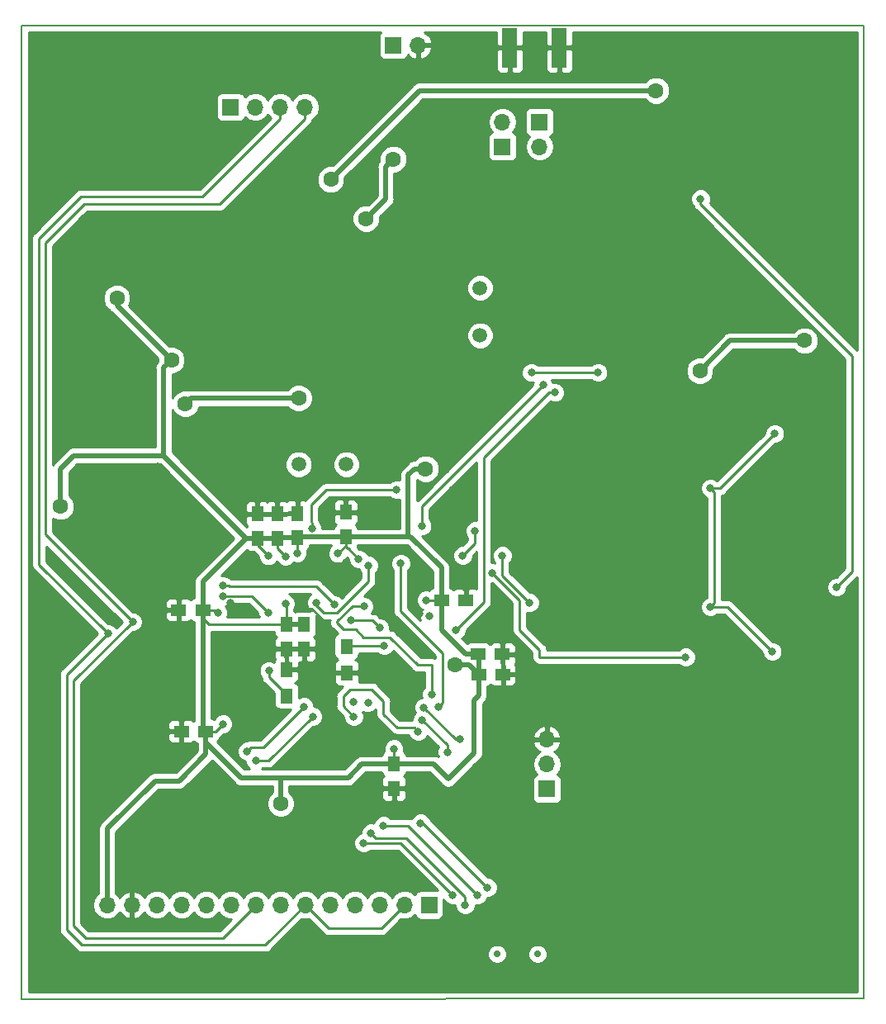
<source format=gbl>
G04 #@! TF.GenerationSoftware,KiCad,Pcbnew,(5.0.1)-3*
G04 #@! TF.CreationDate,2018-12-03T23:59:26+01:00*
G04 #@! TF.ProjectId,antennaanalyzernx,616E74656E6E61616E616C797A65726E,rev?*
G04 #@! TF.SameCoordinates,Original*
G04 #@! TF.FileFunction,Copper,L2,Bot,Signal*
G04 #@! TF.FilePolarity,Positive*
%FSLAX46Y46*%
G04 Gerber Fmt 4.6, Leading zero omitted, Abs format (unit mm)*
G04 Created by KiCad (PCBNEW (5.0.1)-3) date 2018-12-03 23:59:26*
%MOMM*%
%LPD*%
G01*
G04 APERTURE LIST*
G04 #@! TA.AperFunction,NonConductor*
%ADD10C,0.150000*%
G04 #@! TD*
G04 #@! TA.AperFunction,ComponentPad*
%ADD11R,1.700000X1.700000*%
G04 #@! TD*
G04 #@! TA.AperFunction,ComponentPad*
%ADD12O,1.700000X1.700000*%
G04 #@! TD*
G04 #@! TA.AperFunction,SMDPad,CuDef*
%ADD13R,1.524000X4.064000*%
G04 #@! TD*
G04 #@! TA.AperFunction,SMDPad,CuDef*
%ADD14R,1.250000X1.500000*%
G04 #@! TD*
G04 #@! TA.AperFunction,SMDPad,CuDef*
%ADD15R,1.500000X1.250000*%
G04 #@! TD*
G04 #@! TA.AperFunction,SMDPad,CuDef*
%ADD16R,1.300000X1.500000*%
G04 #@! TD*
G04 #@! TA.AperFunction,ComponentPad*
%ADD17C,1.500000*%
G04 #@! TD*
G04 #@! TA.AperFunction,ComponentPad*
%ADD18C,0.700000*%
G04 #@! TD*
G04 #@! TA.AperFunction,ViaPad*
%ADD19C,0.800000*%
G04 #@! TD*
G04 #@! TA.AperFunction,ViaPad*
%ADD20C,1.600000*%
G04 #@! TD*
G04 #@! TA.AperFunction,Conductor*
%ADD21C,0.500000*%
G04 #@! TD*
G04 #@! TA.AperFunction,Conductor*
%ADD22C,0.250000*%
G04 #@! TD*
G04 #@! TA.AperFunction,Conductor*
%ADD23C,0.254000*%
G04 #@! TD*
G04 APERTURE END LIST*
D10*
X21336000Y-119811800D02*
X21336000Y-19989800D01*
X107696000Y-119781800D02*
X21336000Y-119811800D01*
X107696000Y-19989800D02*
X107696000Y-119781800D01*
X21336000Y-19989800D02*
X107696000Y-19989800D01*
D11*
G04 #@! TO.P,JP1,1*
G04 #@! TO.N,Net-(J2-Pad1)*
X74422000Y-29895800D03*
D12*
G04 #@! TO.P,JP1,2*
G04 #@! TO.N,VI*
X74422000Y-32435800D03*
G04 #@! TD*
G04 #@! TO.P,JP2,2*
G04 #@! TO.N,Net-(JP2-Pad2)*
X70612000Y-29895800D03*
D11*
G04 #@! TO.P,JP2,1*
G04 #@! TO.N,VI*
X70612000Y-32435800D03*
G04 #@! TD*
D13*
G04 #@! TO.P,J2,2*
G04 #@! TO.N,GND*
X76454000Y-22275800D03*
X71374000Y-22275800D03*
G04 #@! TD*
D11*
G04 #@! TO.P,J5,1*
G04 #@! TO.N,VIN*
X59436000Y-22021800D03*
D12*
G04 #@! TO.P,J5,2*
G04 #@! TO.N,GND*
X61976000Y-22021800D03*
G04 #@! TD*
G04 #@! TO.P,J6,4*
G04 #@! TO.N,SCK*
X50366000Y-28381800D03*
G04 #@! TO.P,J6,3*
G04 #@! TO.N,MISO*
X47826000Y-28381800D03*
G04 #@! TO.P,J6,2*
G04 #@! TO.N,MOSI*
X45286000Y-28381800D03*
D11*
G04 #@! TO.P,J6,1*
G04 #@! TO.N,SD_CS*
X42746000Y-28381800D03*
G04 #@! TD*
D14*
G04 #@! TO.P,C12,1*
G04 #@! TO.N,3.3V*
X50287000Y-81428300D03*
G04 #@! TO.P,C12,2*
G04 #@! TO.N,GND*
X50287000Y-83928300D03*
G04 #@! TD*
D15*
G04 #@! TO.P,C13,2*
G04 #@! TO.N,GND*
X66860500Y-78911800D03*
G04 #@! TO.P,C13,1*
G04 #@! TO.N,3.3V*
X64360500Y-78911800D03*
G04 #@! TD*
D14*
G04 #@! TO.P,C14,1*
G04 #@! TO.N,3.3V*
X49588500Y-72521800D03*
G04 #@! TO.P,C14,2*
G04 #@! TO.N,GND*
X49588500Y-70021800D03*
G04 #@! TD*
G04 #@! TO.P,C15,2*
G04 #@! TO.N,GND*
X54541500Y-69934800D03*
G04 #@! TO.P,C15,1*
G04 #@! TO.N,3.3V*
X54541500Y-72434800D03*
G04 #@! TD*
G04 #@! TO.P,C16,2*
G04 #@! TO.N,GND*
X47505622Y-70092588D03*
G04 #@! TO.P,C16,1*
G04 #@! TO.N,3.3V*
X47505622Y-72592588D03*
G04 #@! TD*
D15*
G04 #@! TO.P,C17,1*
G04 #@! TO.N,3.3V*
X40190500Y-92373800D03*
G04 #@! TO.P,C17,2*
G04 #@! TO.N,GND*
X37690500Y-92373800D03*
G04 #@! TD*
D14*
G04 #@! TO.P,C21,1*
G04 #@! TO.N,3.3V*
X45473622Y-72592588D03*
G04 #@! TO.P,C21,2*
G04 #@! TO.N,GND*
X45473622Y-70092588D03*
G04 #@! TD*
G04 #@! TO.P,C22,2*
G04 #@! TO.N,GND*
X59494500Y-98215800D03*
G04 #@! TO.P,C22,1*
G04 #@! TO.N,3.3V*
X59494500Y-95715800D03*
G04 #@! TD*
D15*
G04 #@! TO.P,C23,1*
G04 #@! TO.N,3.3V*
X68170500Y-86531800D03*
G04 #@! TO.P,C23,2*
G04 #@! TO.N,GND*
X70670500Y-86531800D03*
G04 #@! TD*
G04 #@! TO.P,C24,2*
G04 #@! TO.N,GND*
X70615501Y-84485799D03*
G04 #@! TO.P,C24,1*
G04 #@! TO.N,3.3V*
X68115501Y-84485799D03*
G04 #@! TD*
D14*
G04 #@! TO.P,C25,2*
G04 #@! TO.N,GND*
X48445500Y-83928300D03*
G04 #@! TO.P,C25,1*
G04 #@! TO.N,3.3V*
X48445500Y-81428300D03*
G04 #@! TD*
D15*
G04 #@! TO.P,C26,1*
G04 #@! TO.N,3.3V*
X39896500Y-79927800D03*
G04 #@! TO.P,C26,2*
G04 #@! TO.N,GND*
X37396500Y-79927800D03*
G04 #@! TD*
D12*
G04 #@! TO.P,J7,3*
G04 #@! TO.N,GND*
X75184000Y-93218000D03*
G04 #@! TO.P,J7,2*
G04 #@! TO.N,RX*
X75184000Y-95758000D03*
D11*
G04 #@! TO.P,J7,1*
G04 #@! TO.N,TX*
X75184000Y-98298000D03*
G04 #@! TD*
D16*
G04 #@! TO.P,R8,2*
G04 #@! TO.N,GND*
X48486000Y-86031800D03*
G04 #@! TO.P,R8,1*
G04 #@! TO.N,Net-(R8-Pad1)*
X48486000Y-88731800D03*
G04 #@! TD*
G04 #@! TO.P,R9,2*
G04 #@! TO.N,GND*
X54635400Y-86367600D03*
G04 #@! TO.P,R9,1*
G04 #@! TO.N,Net-(R9-Pad1)*
X54635400Y-83667600D03*
G04 #@! TD*
D17*
G04 #@! TO.P,Y1,1*
G04 #@! TO.N,Net-(U2-Pad2)*
X68326000Y-46913800D03*
G04 #@! TO.P,Y1,2*
G04 #@! TO.N,Net-(U2-Pad3)*
X68326000Y-51793800D03*
G04 #@! TD*
G04 #@! TO.P,Y2,2*
G04 #@! TO.N,OSC2*
X49725000Y-65005300D03*
G04 #@! TO.P,Y2,1*
G04 #@! TO.N,OSC1*
X54605000Y-65005300D03*
G04 #@! TD*
D12*
G04 #@! TO.P,J4,14*
G04 #@! TO.N,3.3V*
X30086000Y-110181800D03*
G04 #@! TO.P,J4,13*
G04 #@! TO.N,GND*
X32626000Y-110181800D03*
G04 #@! TO.P,J4,12*
G04 #@! TO.N,TFT_CS*
X35166000Y-110181800D03*
G04 #@! TO.P,J4,11*
G04 #@! TO.N,TFT_RESET*
X37706000Y-110181800D03*
G04 #@! TO.P,J4,10*
G04 #@! TO.N,TFT_DC*
X40246000Y-110181800D03*
G04 #@! TO.P,J4,9*
G04 #@! TO.N,MOSI*
X42786000Y-110181800D03*
G04 #@! TO.P,J4,8*
G04 #@! TO.N,SCK*
X45326000Y-110181800D03*
G04 #@! TO.P,J4,7*
G04 #@! TO.N,Net-(J4-Pad7)*
X47866000Y-110181800D03*
G04 #@! TO.P,J4,6*
G04 #@! TO.N,MISO*
X50406000Y-110181800D03*
G04 #@! TO.P,J4,5*
G04 #@! TO.N,SCK*
X52946000Y-110181800D03*
G04 #@! TO.P,J4,4*
G04 #@! TO.N,TOUCH_CS*
X55486000Y-110181800D03*
G04 #@! TO.P,J4,3*
G04 #@! TO.N,MOSI*
X58026000Y-110181800D03*
G04 #@! TO.P,J4,2*
G04 #@! TO.N,MISO*
X60566000Y-110181800D03*
D11*
G04 #@! TO.P,J4,1*
G04 #@! TO.N,TOUCH_IRQ*
X63106000Y-110181800D03*
G04 #@! TD*
D18*
G04 #@! TO.P,J1,*
G04 #@! TO.N,*
X70061000Y-115210800D03*
X74211000Y-115210800D03*
G04 #@! TD*
D19*
G04 #@! TO.N,*
X55372000Y-89382600D03*
X56845200Y-89458800D03*
X63144400Y-80594200D03*
G04 #@! TO.N,GND*
X62255400Y-75895200D03*
X44602400Y-75184000D03*
X42773600Y-76174600D03*
D20*
G04 #@! TO.N,VIN*
X59436000Y-33705800D03*
X56642000Y-39801800D03*
G04 #@! TO.N,5V*
X49733200Y-58216800D03*
X38074600Y-58801000D03*
X90855800Y-55422800D03*
X101600000Y-52324000D03*
G04 #@! TO.N,3.3V*
X36669400Y-54311800D03*
X31081400Y-47961800D03*
D19*
X41460500Y-80181800D03*
X41968500Y-91611800D03*
X59494500Y-94151800D03*
X62796500Y-78911800D03*
X49588500Y-74085800D03*
X48382000Y-74468966D03*
X46604000Y-74403300D03*
X53716000Y-74149300D03*
X55875000Y-74720800D03*
X48382000Y-79292800D03*
D20*
X47886000Y-99781800D03*
X25298400Y-69316600D03*
X86360000Y-26695400D03*
X53009800Y-35788600D03*
X62738000Y-65455800D03*
X65786000Y-85521800D03*
D19*
G04 #@! TO.N,Filtered_VV*
X73406000Y-79171800D03*
X70612000Y-74345800D03*
X56896000Y-75361800D03*
X51562000Y-79171800D03*
G04 #@! TO.N,SDA*
X62382400Y-71297800D03*
X74777600Y-56896000D03*
G04 #@! TO.N,SCL*
X75996800Y-57632600D03*
X65862200Y-81965800D03*
G04 #@! TO.N,Filtered_VI*
X51079400Y-71551800D03*
X59740800Y-67614800D03*
G04 #@! TO.N,Net-(C2-Pad1)*
X73583800Y-55600600D03*
X80416400Y-55575200D03*
G04 #@! TO.N,SCK*
X32689800Y-81153000D03*
G04 #@! TO.N,MISO*
X30149800Y-82346800D03*
G04 #@! TO.N,VV_IF*
X104877007Y-77602258D03*
X90932000Y-37769800D03*
G04 #@! TO.N,GND*
X53433400Y-48469800D03*
X45559400Y-49485800D03*
X51147400Y-40341800D03*
X91694000Y-32181800D03*
X25146000Y-22021800D03*
X32766000Y-22021800D03*
X40386000Y-22021800D03*
X48006000Y-22021800D03*
X83566000Y-22021800D03*
X93726000Y-22021800D03*
X101346000Y-22021800D03*
X101346000Y-29641800D03*
X93726000Y-29641800D03*
X83566000Y-29641800D03*
X63246000Y-29641800D03*
X55626000Y-29641800D03*
X37846000Y-29641800D03*
X25146000Y-29641800D03*
X32766000Y-41071800D03*
X31496000Y-60121800D03*
X58166000Y-58851800D03*
X64516000Y-43611800D03*
X39116000Y-70281800D03*
X36576000Y-76631800D03*
X27686000Y-72821800D03*
X27686000Y-77901800D03*
X22606000Y-88061800D03*
X31496000Y-89331800D03*
X30226000Y-96951800D03*
X23876000Y-100761800D03*
X23876000Y-117271800D03*
X30226000Y-117271800D03*
X36576000Y-117271800D03*
X42926000Y-117271800D03*
X49276000Y-117271800D03*
X55626000Y-117271800D03*
X60706000Y-117271800D03*
X81026000Y-117271800D03*
X88646000Y-117271800D03*
X93726000Y-117271800D03*
X101346000Y-117271800D03*
X101346000Y-112191800D03*
X93726000Y-112191800D03*
X88646000Y-112191800D03*
X81026000Y-112191800D03*
X88646000Y-107111800D03*
X81026000Y-107111800D03*
X81026000Y-102031800D03*
X81026000Y-96951800D03*
X87376000Y-96951800D03*
X87376000Y-93141800D03*
X81026000Y-93141800D03*
X102616000Y-91871800D03*
X102616000Y-85521800D03*
X96266000Y-90601800D03*
X92456000Y-84251800D03*
X101346000Y-72821800D03*
X94996000Y-72821800D03*
X91186000Y-61391800D03*
X103886000Y-57581800D03*
X94996000Y-58851800D03*
X87376000Y-51231800D03*
X100076000Y-43611800D03*
X103911400Y-44526200D03*
X81026000Y-39801800D03*
X86106000Y-47421800D03*
X74676000Y-62661800D03*
X79756000Y-61391800D03*
X78486000Y-74091800D03*
X32766000Y-71551800D03*
X35306000Y-65201800D03*
X58851800Y-100101400D03*
X60020200Y-100914200D03*
X53467000Y-106146600D03*
X52476400Y-100507800D03*
X43992800Y-100203000D03*
X42494200Y-105968800D03*
X58166000Y-86309200D03*
X51816000Y-95453200D03*
X41884600Y-88163400D03*
X34899600Y-85902800D03*
X57353200Y-91313000D03*
X62089500Y-80314800D03*
X42722800Y-79248000D03*
X50165000Y-79390300D03*
X42976800Y-69037200D03*
X42621200Y-65760600D03*
X54610000Y-75031600D03*
X56667400Y-69088000D03*
X58724800Y-70434200D03*
X65481200Y-67640200D03*
X64820800Y-65557400D03*
X64439800Y-72034400D03*
X64109600Y-73660000D03*
G04 #@! TO.N,VBUS*
X65532000Y-109143800D03*
X56388000Y-103809800D03*
G04 #@! TO.N,1.65V*
X91923007Y-67442258D03*
X91923007Y-79634258D03*
X98273007Y-84206258D03*
X98527007Y-61854258D03*
X89408000Y-84759800D03*
X69596000Y-76123800D03*
X66548000Y-74345800D03*
X67818000Y-71805800D03*
G04 #@! TO.N,Net-(J1-Pad4)*
X69088000Y-108381800D03*
X62230000Y-101777800D03*
G04 #@! TO.N,STATUS_1*
X62382400Y-91236800D03*
X64947800Y-94513400D03*
G04 #@! TO.N,STATUS_2*
X62560200Y-89941400D03*
X66217800Y-93218000D03*
G04 #@! TO.N,USB_DM*
X66802000Y-110159800D03*
X57150000Y-102793800D03*
G04 #@! TO.N,USB_DP*
X68072000Y-109143800D03*
X58420000Y-102031800D03*
G04 #@! TO.N,TFT_RESET*
X44450000Y-94411800D03*
X50266600Y-89839800D03*
G04 #@! TO.N,TFT_DC*
X45313600Y-95402400D03*
X51155600Y-90855800D03*
G04 #@! TO.N,TOUCH_CS*
X63347600Y-88595200D03*
X56413400Y-79552800D03*
G04 #@! TO.N,TOUCH_IRQ*
X64072600Y-89890600D03*
X60198000Y-75158600D03*
G04 #@! TO.N,SD_CS*
X41960800Y-77444600D03*
X53390800Y-79400400D03*
G04 #@! TO.N,USB_ID*
X61976000Y-92379800D03*
X55372000Y-90855800D03*
G04 #@! TO.N,Net-(R8-Pad1)*
X46686000Y-86181800D03*
G04 #@! TO.N,Net-(R9-Pad1)*
X58486000Y-83581800D03*
G04 #@! TO.N,BOOT0*
X41960800Y-78511400D03*
X46583600Y-80187800D03*
X55041800Y-81026000D03*
X58039000Y-81762600D03*
G04 #@! TD*
D21*
G04 #@! TO.N,VIN*
X58636001Y-34505799D02*
X58636001Y-37807799D01*
X59436000Y-33705800D02*
X58636001Y-34505799D01*
X58636001Y-37807799D02*
X56642000Y-39801800D01*
G04 #@! TO.N,5V*
X49733200Y-58216800D02*
X38658800Y-58216800D01*
X38658800Y-58216800D02*
X38074600Y-58801000D01*
X90855800Y-55422800D02*
X93954600Y-52324000D01*
X93954600Y-52324000D02*
X101600000Y-52324000D01*
G04 #@! TO.N,3.3V*
X36669400Y-54311800D02*
X31081400Y-48723800D01*
X31081400Y-48723800D02*
X31081400Y-47961800D01*
D22*
X39896500Y-79927800D02*
X41206500Y-79927800D01*
X41206500Y-79927800D02*
X41460500Y-80181800D01*
X40190500Y-92373800D02*
X41206500Y-92373800D01*
X41206500Y-92373800D02*
X41968500Y-91611800D01*
X59494500Y-95715800D02*
X59494500Y-94151800D01*
X64360500Y-78911800D02*
X62796500Y-78911800D01*
X49588500Y-74085800D02*
X49588500Y-72521800D01*
X47505622Y-73592588D02*
X48382000Y-74468966D01*
X47505622Y-72592588D02*
X47505622Y-73592588D01*
X45473622Y-72592588D02*
X45473622Y-73272922D01*
X45473622Y-73272922D02*
X46604000Y-74403300D01*
X54541500Y-72434800D02*
X54541500Y-73323800D01*
X54541500Y-73323800D02*
X53716000Y-74149300D01*
X55875000Y-74720800D02*
X54795500Y-73641300D01*
X54541500Y-73434800D02*
X54541500Y-72434800D01*
X54748000Y-73641300D02*
X54541500Y-73434800D01*
X54795500Y-73641300D02*
X54748000Y-73641300D01*
D21*
X64360500Y-80036800D02*
X64360500Y-78911800D01*
X64360500Y-81980798D02*
X64360500Y-80036800D01*
X66865501Y-84485799D02*
X64360500Y-81980798D01*
X68115501Y-84485799D02*
X66865501Y-84485799D01*
X64360500Y-78911800D02*
X64360500Y-75586300D01*
X64360500Y-75586300D02*
X61209000Y-72434800D01*
X49675500Y-72434800D02*
X49588500Y-72521800D01*
X54541500Y-72434800D02*
X49675500Y-72434800D01*
X47576410Y-72521800D02*
X47505622Y-72592588D01*
X49588500Y-72521800D02*
X47576410Y-72521800D01*
X47505622Y-72592588D02*
X45473622Y-72592588D01*
X39896500Y-78802800D02*
X39896500Y-79927800D01*
X39896500Y-77044710D02*
X39896500Y-78802800D01*
X44348622Y-72592588D02*
X39896500Y-77044710D01*
X45473622Y-72592588D02*
X44348622Y-72592588D01*
X39896500Y-92079800D02*
X40190500Y-92373800D01*
X39896500Y-79927800D02*
X39896500Y-92079800D01*
X59494500Y-95715800D02*
X60619500Y-95715800D01*
X68170500Y-84540798D02*
X68115501Y-84485799D01*
X68170500Y-86531800D02*
X68170500Y-84540798D01*
X40190500Y-93498800D02*
X43828000Y-97136300D01*
X40190500Y-92373800D02*
X40190500Y-93498800D01*
X56216000Y-95715800D02*
X59494500Y-95715800D01*
X54795500Y-97136300D02*
X56216000Y-95715800D01*
X50287000Y-81428300D02*
X48445500Y-81428300D01*
D22*
X48445500Y-81428300D02*
X48445500Y-79356300D01*
X48445500Y-79356300D02*
X48382000Y-79292800D01*
X39896500Y-80802800D02*
X39896500Y-79927800D01*
X40522000Y-81428300D02*
X39896500Y-80802800D01*
X48445500Y-81428300D02*
X40522000Y-81428300D01*
D21*
X47886000Y-98650430D02*
X47886000Y-97136300D01*
X47886000Y-99781800D02*
X47886000Y-98650430D01*
X43828000Y-97136300D02*
X47886000Y-97136300D01*
X47886000Y-97136300D02*
X54795500Y-97136300D01*
X35869401Y-64113367D02*
X44348622Y-72592588D01*
X35869401Y-55111799D02*
X35869401Y-64113367D01*
X36669400Y-54311800D02*
X35869401Y-55111799D01*
X30086000Y-102353300D02*
X34979500Y-97459800D01*
X30086000Y-110181800D02*
X30086000Y-102353300D01*
X34979500Y-97459800D02*
X37465000Y-97459800D01*
X40190500Y-94734300D02*
X40190500Y-92373800D01*
X37465000Y-97459800D02*
X40190500Y-94734300D01*
X35869401Y-64113367D02*
X26640833Y-64113367D01*
X26640833Y-64113367D02*
X25298400Y-65455800D01*
X25298400Y-65455800D02*
X25298400Y-69316600D01*
X86360000Y-26695400D02*
X62103000Y-26695400D01*
X62103000Y-26695400D02*
X53009800Y-35788600D01*
X60960000Y-66102430D02*
X60960000Y-72434800D01*
X61606630Y-65455800D02*
X60960000Y-66102430D01*
X62738000Y-65455800D02*
X61606630Y-65455800D01*
X61209000Y-72434800D02*
X60960000Y-72434800D01*
X60960000Y-72434800D02*
X54541500Y-72434800D01*
X67160500Y-85521800D02*
X68170500Y-86531800D01*
X65786000Y-85521800D02*
X67160500Y-85521800D01*
X63522002Y-95715800D02*
X59494500Y-95715800D01*
X65062802Y-97256600D02*
X63522002Y-95715800D01*
X67716400Y-94603002D02*
X65062802Y-97256600D01*
X67716400Y-89179400D02*
X67716400Y-94603002D01*
X68170500Y-86531800D02*
X68170500Y-88725300D01*
X68170500Y-88725300D02*
X67716400Y-89179400D01*
D22*
G04 #@! TO.N,Filtered_VV*
X73406000Y-79171800D02*
X70612000Y-76377800D01*
X70612000Y-76377800D02*
X70612000Y-74345800D01*
X56896000Y-76968202D02*
X53676402Y-80187800D01*
X56896000Y-75361800D02*
X56896000Y-76968202D01*
X53676402Y-80187800D02*
X52324000Y-80187800D01*
X52324000Y-80187800D02*
X51562000Y-79425800D01*
X51562000Y-79425800D02*
X51562000Y-79171800D01*
G04 #@! TO.N,SDA*
X62382400Y-69291200D02*
X62382400Y-71297800D01*
X74777600Y-56896000D02*
X62382400Y-69291200D01*
G04 #@! TO.N,SCL*
X75431115Y-57632600D02*
X68732400Y-64331315D01*
X75996800Y-57632600D02*
X75431115Y-57632600D01*
X68732400Y-64331315D02*
X68732400Y-79095600D01*
X68732400Y-79095600D02*
X65862200Y-81965800D01*
G04 #@! TO.N,Filtered_VI*
X51079400Y-70986115D02*
X51028600Y-70935315D01*
X51079400Y-71551800D02*
X51079400Y-70986115D01*
X51028600Y-70935315D02*
X51028600Y-69138800D01*
X51028600Y-69138800D02*
X52552600Y-67614800D01*
X52552600Y-67614800D02*
X59740800Y-67614800D01*
G04 #@! TO.N,Net-(C2-Pad1)*
X73583800Y-55600600D02*
X80391000Y-55600600D01*
X80391000Y-55600600D02*
X80416400Y-55575200D01*
G04 #@! TO.N,SCK*
X41944400Y-113563400D02*
X27863800Y-113563400D01*
X45326000Y-110181800D02*
X41944400Y-113563400D01*
X27863800Y-113563400D02*
X26644600Y-112344200D01*
X26644600Y-112344200D02*
X26644600Y-87198200D01*
X26644600Y-87198200D02*
X32689800Y-81153000D01*
X50366000Y-29583881D02*
X41646681Y-38303200D01*
X50366000Y-28381800D02*
X50366000Y-29583881D01*
X27736800Y-38303200D02*
X23749000Y-42291000D01*
X41646681Y-38303200D02*
X27736800Y-38303200D01*
X23749000Y-72212200D02*
X32689800Y-81153000D01*
X23749000Y-42291000D02*
X23749000Y-72212200D01*
G04 #@! TO.N,MISO*
X60566000Y-110181800D02*
X58175000Y-112572800D01*
X52797000Y-112572800D02*
X50406000Y-110181800D01*
X58175000Y-112572800D02*
X52797000Y-112572800D01*
X50406000Y-110181800D02*
X46287800Y-114300000D01*
X46287800Y-114300000D02*
X27508200Y-114300000D01*
X27508200Y-114300000D02*
X25933400Y-112725200D01*
X25933400Y-112725200D02*
X25933400Y-87272990D01*
X25933400Y-87272990D02*
X25933400Y-86563200D01*
X25933400Y-86563200D02*
X30149800Y-82346800D01*
X47826000Y-29583881D02*
X39868681Y-37541200D01*
X47826000Y-28381800D02*
X47826000Y-29583881D01*
X39868681Y-37541200D02*
X27432000Y-37541200D01*
X27432000Y-37541200D02*
X23114000Y-41859200D01*
X23114000Y-75311000D02*
X30073600Y-82270600D01*
X23114000Y-41859200D02*
X23114000Y-75311000D01*
G04 #@! TO.N,VV_IF*
X106486000Y-75993265D02*
X104877007Y-77602258D01*
X106486000Y-53889485D02*
X106486000Y-75993265D01*
X90932000Y-38335485D02*
X106486000Y-53889485D01*
X90932000Y-37769800D02*
X90932000Y-38335485D01*
G04 #@! TO.N,GND*
X50564999Y-79790299D02*
X51012099Y-79790299D01*
X50165000Y-79390300D02*
X50564999Y-79790299D01*
X51012099Y-79790299D02*
X52501800Y-81280000D01*
X52501800Y-81280000D02*
X52501800Y-82931000D01*
X47576410Y-70021800D02*
X47505622Y-70092588D01*
X49588500Y-70021800D02*
X47576410Y-70021800D01*
X47505622Y-70092588D02*
X45473622Y-70092588D01*
X66860500Y-78036800D02*
X65227200Y-76403500D01*
X66860500Y-78911800D02*
X66860500Y-78036800D01*
X65227200Y-76403500D02*
X65227200Y-72821800D01*
X65227200Y-72821800D02*
X64439800Y-72034400D01*
X64439800Y-72034400D02*
X64439800Y-72034400D01*
G04 #@! TO.N,VBUS*
X65532000Y-109143800D02*
X60198000Y-103809800D01*
X60198000Y-103809800D02*
X56388000Y-103809800D01*
G04 #@! TO.N,1.65V*
X92323006Y-67842257D02*
X92323006Y-79234259D01*
X91923007Y-67442258D02*
X92323006Y-67842257D01*
X92323006Y-79234259D02*
X91923007Y-79634258D01*
X93701007Y-79634258D02*
X91923007Y-79634258D01*
X98273007Y-84206258D02*
X93701007Y-79634258D01*
X91923007Y-67442258D02*
X92939007Y-67442258D01*
X92939007Y-67442258D02*
X98527007Y-61854258D01*
X89408000Y-84759800D02*
X74422000Y-84759800D01*
X74422000Y-84759800D02*
X74422000Y-83997800D01*
X74422000Y-83997800D02*
X72390000Y-81965800D01*
X72390000Y-81965800D02*
X72390000Y-78917800D01*
X72390000Y-78917800D02*
X69596000Y-76123800D01*
X66548000Y-74345800D02*
X67818000Y-73075800D01*
X67818000Y-73075800D02*
X67818000Y-71805800D01*
G04 #@! TO.N,Net-(J1-Pad4)*
X69088000Y-108381800D02*
X62484000Y-101777800D01*
X62484000Y-101777800D02*
X62230000Y-101777800D01*
G04 #@! TO.N,STATUS_1*
X62382400Y-91236800D02*
X64947800Y-93802200D01*
X64947800Y-93802200D02*
X64947800Y-94513400D01*
G04 #@! TO.N,STATUS_2*
X62560200Y-89941400D02*
X65836800Y-93218000D01*
X65836800Y-93218000D02*
X66217800Y-93218000D01*
G04 #@! TO.N,USB_DM*
X66802000Y-110159800D02*
X66802000Y-109594115D01*
X66802000Y-109340798D02*
X60763002Y-103301800D01*
X66802000Y-109594115D02*
X66802000Y-109340798D01*
X60763002Y-103301800D02*
X57658000Y-103301800D01*
X57658000Y-103301800D02*
X57150000Y-102793800D01*
G04 #@! TO.N,USB_DP*
X68072000Y-109143800D02*
X60960000Y-102031800D01*
X60960000Y-102031800D02*
X58420000Y-102031800D01*
G04 #@! TO.N,TFT_RESET*
X44849999Y-94011801D02*
X46094599Y-94011801D01*
X44450000Y-94411800D02*
X44849999Y-94011801D01*
X46094599Y-94011801D02*
X50266600Y-89839800D01*
G04 #@! TO.N,TFT_DC*
X45313600Y-95402400D02*
X46609000Y-95402400D01*
X46609000Y-95402400D02*
X51155600Y-90855800D01*
G04 #@! TO.N,TOUCH_CS*
X55219600Y-79552800D02*
X56413400Y-79552800D01*
X53670200Y-81254600D02*
X53670200Y-81102200D01*
X54330600Y-81915000D02*
X53670200Y-81254600D01*
X63347600Y-85572600D02*
X61925200Y-85572600D01*
X63347600Y-88595200D02*
X63347600Y-85572600D01*
X61925200Y-85572600D02*
X59080400Y-82727800D01*
X59080400Y-82727800D02*
X56388000Y-82727800D01*
X53670200Y-81102200D02*
X55219600Y-79552800D01*
X56388000Y-82727800D02*
X55575200Y-81915000D01*
X55575200Y-81915000D02*
X54330600Y-81915000D01*
G04 #@! TO.N,TOUCH_IRQ*
X64472599Y-89490601D02*
X64472599Y-84335399D01*
X64072600Y-89890600D02*
X64472599Y-89490601D01*
X64472599Y-84335399D02*
X60198000Y-80060800D01*
X60198000Y-80060800D02*
X60198000Y-75158600D01*
G04 #@! TO.N,SD_CS*
X42526485Y-77444600D02*
X42628085Y-77546200D01*
X41960800Y-77444600D02*
X42526485Y-77444600D01*
X42628085Y-77546200D02*
X51536600Y-77546200D01*
X51536600Y-77546200D02*
X53390800Y-79400400D01*
G04 #@! TO.N,USB_ID*
X61576001Y-91979801D02*
X59798001Y-91979801D01*
X61976000Y-92379800D02*
X61576001Y-91979801D01*
X59798001Y-91979801D02*
X58420000Y-90601800D01*
X58420000Y-90601800D02*
X58420000Y-89281000D01*
X58420000Y-89281000D02*
X57226200Y-88087200D01*
X57226200Y-88087200D02*
X54991000Y-88087200D01*
X54991000Y-88087200D02*
X54279800Y-88798400D01*
X54279800Y-89763600D02*
X55372000Y-90855800D01*
X54279800Y-88798400D02*
X54279800Y-89763600D01*
G04 #@! TO.N,Net-(R8-Pad1)*
X46686000Y-86831800D02*
X46686000Y-86181800D01*
X48486000Y-88731800D02*
X48486000Y-88631800D01*
X48486000Y-88631800D02*
X46686000Y-86831800D01*
G04 #@! TO.N,Net-(R9-Pad1)*
X54721200Y-83581800D02*
X54635400Y-83667600D01*
X58486000Y-83581800D02*
X54721200Y-83581800D01*
G04 #@! TO.N,BOOT0*
X41960800Y-78511400D02*
X44907200Y-78511400D01*
X44907200Y-78511400D02*
X46583600Y-80187800D01*
X55041800Y-81026000D02*
X57302400Y-81026000D01*
X57302400Y-81026000D02*
X58039000Y-81762600D01*
G04 #@! TD*
D23*
G04 #@! TO.N,GND*
G36*
X58128191Y-20713991D02*
X57987843Y-20924035D01*
X57938560Y-21171800D01*
X57938560Y-22871800D01*
X57987843Y-23119565D01*
X58128191Y-23329609D01*
X58338235Y-23469957D01*
X58586000Y-23519240D01*
X60286000Y-23519240D01*
X60533765Y-23469957D01*
X60743809Y-23329609D01*
X60884157Y-23119565D01*
X60904739Y-23016092D01*
X61209076Y-23293445D01*
X61619110Y-23463276D01*
X61849000Y-23341955D01*
X61849000Y-22148800D01*
X62103000Y-22148800D01*
X62103000Y-23341955D01*
X62332890Y-23463276D01*
X62742924Y-23293445D01*
X63171183Y-22903158D01*
X63331611Y-22561550D01*
X69977000Y-22561550D01*
X69977000Y-24434110D01*
X70073673Y-24667499D01*
X70252302Y-24846127D01*
X70485691Y-24942800D01*
X71088250Y-24942800D01*
X71247000Y-24784050D01*
X71247000Y-22402800D01*
X71501000Y-22402800D01*
X71501000Y-24784050D01*
X71659750Y-24942800D01*
X72262309Y-24942800D01*
X72495698Y-24846127D01*
X72674327Y-24667499D01*
X72771000Y-24434110D01*
X72771000Y-22561550D01*
X75057000Y-22561550D01*
X75057000Y-24434110D01*
X75153673Y-24667499D01*
X75332302Y-24846127D01*
X75565691Y-24942800D01*
X76168250Y-24942800D01*
X76327000Y-24784050D01*
X76327000Y-22402800D01*
X76581000Y-22402800D01*
X76581000Y-24784050D01*
X76739750Y-24942800D01*
X77342309Y-24942800D01*
X77575698Y-24846127D01*
X77754327Y-24667499D01*
X77851000Y-24434110D01*
X77851000Y-22561550D01*
X77692250Y-22402800D01*
X76581000Y-22402800D01*
X76327000Y-22402800D01*
X75215750Y-22402800D01*
X75057000Y-22561550D01*
X72771000Y-22561550D01*
X72612250Y-22402800D01*
X71501000Y-22402800D01*
X71247000Y-22402800D01*
X70135750Y-22402800D01*
X69977000Y-22561550D01*
X63331611Y-22561550D01*
X63417486Y-22378692D01*
X63296819Y-22148800D01*
X62103000Y-22148800D01*
X61849000Y-22148800D01*
X61829000Y-22148800D01*
X61829000Y-21894800D01*
X61849000Y-21894800D01*
X61849000Y-21874800D01*
X62103000Y-21874800D01*
X62103000Y-21894800D01*
X63296819Y-21894800D01*
X63417486Y-21664908D01*
X63171183Y-21140442D01*
X62742924Y-20750155D01*
X62621349Y-20699800D01*
X69977000Y-20699800D01*
X69977000Y-21990050D01*
X70135750Y-22148800D01*
X71247000Y-22148800D01*
X71247000Y-22128800D01*
X71501000Y-22128800D01*
X71501000Y-22148800D01*
X72612250Y-22148800D01*
X72771000Y-21990050D01*
X72771000Y-20699800D01*
X75057000Y-20699800D01*
X75057000Y-21990050D01*
X75215750Y-22148800D01*
X76327000Y-22148800D01*
X76327000Y-22128800D01*
X76581000Y-22128800D01*
X76581000Y-22148800D01*
X77692250Y-22148800D01*
X77851000Y-21990050D01*
X77851000Y-20699800D01*
X106986000Y-20699800D01*
X106986000Y-53309531D01*
X106970473Y-53299156D01*
X91873271Y-38201955D01*
X91967000Y-37975674D01*
X91967000Y-37563926D01*
X91809431Y-37183520D01*
X91518280Y-36892369D01*
X91137874Y-36734800D01*
X90726126Y-36734800D01*
X90345720Y-36892369D01*
X90054569Y-37183520D01*
X89897000Y-37563926D01*
X89897000Y-37975674D01*
X90054569Y-38356080D01*
X90187686Y-38489197D01*
X90216096Y-38632022D01*
X90384072Y-38883414D01*
X90447528Y-38925814D01*
X105726000Y-54204287D01*
X105726001Y-75678462D01*
X104837206Y-76567258D01*
X104671133Y-76567258D01*
X104290727Y-76724827D01*
X103999576Y-77015978D01*
X103842007Y-77396384D01*
X103842007Y-77808132D01*
X103999576Y-78188538D01*
X104290727Y-78479689D01*
X104671133Y-78637258D01*
X105082881Y-78637258D01*
X105463287Y-78479689D01*
X105754438Y-78188538D01*
X105912007Y-77808132D01*
X105912007Y-77642059D01*
X106970473Y-76583594D01*
X106986001Y-76573219D01*
X106986001Y-119072047D01*
X22046000Y-119101554D01*
X22046000Y-41859200D01*
X22339112Y-41859200D01*
X22354000Y-41934047D01*
X22354001Y-75236148D01*
X22339112Y-75311000D01*
X22398097Y-75607537D01*
X22457693Y-75696728D01*
X22566072Y-75858929D01*
X22629528Y-75901329D01*
X29074998Y-82346800D01*
X25448928Y-85972871D01*
X25385472Y-86015271D01*
X25343072Y-86078727D01*
X25343071Y-86078728D01*
X25289569Y-86158800D01*
X25217497Y-86266663D01*
X25173400Y-86488348D01*
X25173400Y-86488353D01*
X25158512Y-86563200D01*
X25173400Y-86638047D01*
X25173400Y-87347841D01*
X25173401Y-87347846D01*
X25173400Y-112650353D01*
X25158512Y-112725200D01*
X25173400Y-112800047D01*
X25173400Y-112800051D01*
X25217496Y-113021736D01*
X25385471Y-113273129D01*
X25448930Y-113315531D01*
X26917871Y-114784473D01*
X26960271Y-114847929D01*
X27211663Y-115015904D01*
X27433348Y-115060000D01*
X27433352Y-115060000D01*
X27508200Y-115074888D01*
X27583048Y-115060000D01*
X46212953Y-115060000D01*
X46287800Y-115074888D01*
X46362647Y-115060000D01*
X46362652Y-115060000D01*
X46584337Y-115015904D01*
X46585882Y-115014871D01*
X69076000Y-115014871D01*
X69076000Y-115406729D01*
X69225958Y-115768758D01*
X69503042Y-116045842D01*
X69865071Y-116195800D01*
X70256929Y-116195800D01*
X70618958Y-116045842D01*
X70896042Y-115768758D01*
X71046000Y-115406729D01*
X71046000Y-115014871D01*
X73226000Y-115014871D01*
X73226000Y-115406729D01*
X73375958Y-115768758D01*
X73653042Y-116045842D01*
X74015071Y-116195800D01*
X74406929Y-116195800D01*
X74768958Y-116045842D01*
X75046042Y-115768758D01*
X75196000Y-115406729D01*
X75196000Y-115014871D01*
X75046042Y-114652842D01*
X74768958Y-114375758D01*
X74406929Y-114225800D01*
X74015071Y-114225800D01*
X73653042Y-114375758D01*
X73375958Y-114652842D01*
X73226000Y-115014871D01*
X71046000Y-115014871D01*
X70896042Y-114652842D01*
X70618958Y-114375758D01*
X70256929Y-114225800D01*
X69865071Y-114225800D01*
X69503042Y-114375758D01*
X69225958Y-114652842D01*
X69076000Y-115014871D01*
X46585882Y-115014871D01*
X46835729Y-114847929D01*
X46878131Y-114784470D01*
X50039593Y-111623009D01*
X50259744Y-111666800D01*
X50552256Y-111666800D01*
X50772408Y-111623009D01*
X52206671Y-113057273D01*
X52249071Y-113120729D01*
X52500463Y-113288704D01*
X52722148Y-113332800D01*
X52722152Y-113332800D01*
X52797000Y-113347688D01*
X52871848Y-113332800D01*
X58100153Y-113332800D01*
X58175000Y-113347688D01*
X58249847Y-113332800D01*
X58249852Y-113332800D01*
X58471537Y-113288704D01*
X58722929Y-113120729D01*
X58765331Y-113057270D01*
X60199592Y-111623009D01*
X60419744Y-111666800D01*
X60712256Y-111666800D01*
X61145418Y-111580639D01*
X61636625Y-111252425D01*
X61648816Y-111234181D01*
X61657843Y-111279565D01*
X61798191Y-111489609D01*
X62008235Y-111629957D01*
X62256000Y-111679240D01*
X63956000Y-111679240D01*
X64203765Y-111629957D01*
X64413809Y-111489609D01*
X64554157Y-111279565D01*
X64603440Y-111031800D01*
X64603440Y-109606643D01*
X64654569Y-109730080D01*
X64945720Y-110021231D01*
X65326126Y-110178800D01*
X65737874Y-110178800D01*
X65767000Y-110166736D01*
X65767000Y-110365674D01*
X65924569Y-110746080D01*
X66215720Y-111037231D01*
X66596126Y-111194800D01*
X67007874Y-111194800D01*
X67388280Y-111037231D01*
X67679431Y-110746080D01*
X67837000Y-110365674D01*
X67837000Y-110166736D01*
X67866126Y-110178800D01*
X68277874Y-110178800D01*
X68658280Y-110021231D01*
X68949431Y-109730080D01*
X69079196Y-109416800D01*
X69293874Y-109416800D01*
X69674280Y-109259231D01*
X69965431Y-108968080D01*
X70123000Y-108587674D01*
X70123000Y-108175926D01*
X69965431Y-107795520D01*
X69674280Y-107504369D01*
X69293874Y-107346800D01*
X69127803Y-107346800D01*
X63202826Y-101421825D01*
X63107431Y-101191520D01*
X62816280Y-100900369D01*
X62435874Y-100742800D01*
X62024126Y-100742800D01*
X61643720Y-100900369D01*
X61352569Y-101191520D01*
X61291401Y-101339192D01*
X61256537Y-101315896D01*
X61034852Y-101271800D01*
X61034847Y-101271800D01*
X60960000Y-101256912D01*
X60885153Y-101271800D01*
X59123711Y-101271800D01*
X59006280Y-101154369D01*
X58625874Y-100996800D01*
X58214126Y-100996800D01*
X57833720Y-101154369D01*
X57542569Y-101445520D01*
X57404467Y-101778928D01*
X57355874Y-101758800D01*
X56944126Y-101758800D01*
X56563720Y-101916369D01*
X56272569Y-102207520D01*
X56115000Y-102587926D01*
X56115000Y-102802604D01*
X55801720Y-102932369D01*
X55510569Y-103223520D01*
X55353000Y-103603926D01*
X55353000Y-104015674D01*
X55510569Y-104396080D01*
X55801720Y-104687231D01*
X56182126Y-104844800D01*
X56593874Y-104844800D01*
X56974280Y-104687231D01*
X57091711Y-104569800D01*
X59883199Y-104569800D01*
X64008127Y-108694729D01*
X63956000Y-108684360D01*
X62256000Y-108684360D01*
X62008235Y-108733643D01*
X61798191Y-108873991D01*
X61657843Y-109084035D01*
X61648816Y-109129419D01*
X61636625Y-109111175D01*
X61145418Y-108782961D01*
X60712256Y-108696800D01*
X60419744Y-108696800D01*
X59986582Y-108782961D01*
X59495375Y-109111175D01*
X59296000Y-109409561D01*
X59096625Y-109111175D01*
X58605418Y-108782961D01*
X58172256Y-108696800D01*
X57879744Y-108696800D01*
X57446582Y-108782961D01*
X56955375Y-109111175D01*
X56756000Y-109409561D01*
X56556625Y-109111175D01*
X56065418Y-108782961D01*
X55632256Y-108696800D01*
X55339744Y-108696800D01*
X54906582Y-108782961D01*
X54415375Y-109111175D01*
X54216000Y-109409561D01*
X54016625Y-109111175D01*
X53525418Y-108782961D01*
X53092256Y-108696800D01*
X52799744Y-108696800D01*
X52366582Y-108782961D01*
X51875375Y-109111175D01*
X51676000Y-109409561D01*
X51476625Y-109111175D01*
X50985418Y-108782961D01*
X50552256Y-108696800D01*
X50259744Y-108696800D01*
X49826582Y-108782961D01*
X49335375Y-109111175D01*
X49136000Y-109409561D01*
X48936625Y-109111175D01*
X48445418Y-108782961D01*
X48012256Y-108696800D01*
X47719744Y-108696800D01*
X47286582Y-108782961D01*
X46795375Y-109111175D01*
X46596000Y-109409561D01*
X46396625Y-109111175D01*
X45905418Y-108782961D01*
X45472256Y-108696800D01*
X45179744Y-108696800D01*
X44746582Y-108782961D01*
X44255375Y-109111175D01*
X44056000Y-109409561D01*
X43856625Y-109111175D01*
X43365418Y-108782961D01*
X42932256Y-108696800D01*
X42639744Y-108696800D01*
X42206582Y-108782961D01*
X41715375Y-109111175D01*
X41516000Y-109409561D01*
X41316625Y-109111175D01*
X40825418Y-108782961D01*
X40392256Y-108696800D01*
X40099744Y-108696800D01*
X39666582Y-108782961D01*
X39175375Y-109111175D01*
X38976000Y-109409561D01*
X38776625Y-109111175D01*
X38285418Y-108782961D01*
X37852256Y-108696800D01*
X37559744Y-108696800D01*
X37126582Y-108782961D01*
X36635375Y-109111175D01*
X36436000Y-109409561D01*
X36236625Y-109111175D01*
X35745418Y-108782961D01*
X35312256Y-108696800D01*
X35019744Y-108696800D01*
X34586582Y-108782961D01*
X34095375Y-109111175D01*
X33882157Y-109430278D01*
X33821183Y-109300442D01*
X33392924Y-108910155D01*
X32982890Y-108740324D01*
X32753000Y-108861645D01*
X32753000Y-110054800D01*
X32773000Y-110054800D01*
X32773000Y-110308800D01*
X32753000Y-110308800D01*
X32753000Y-111501955D01*
X32982890Y-111623276D01*
X33392924Y-111453445D01*
X33821183Y-111063158D01*
X33882157Y-110933322D01*
X34095375Y-111252425D01*
X34586582Y-111580639D01*
X35019744Y-111666800D01*
X35312256Y-111666800D01*
X35745418Y-111580639D01*
X36236625Y-111252425D01*
X36436000Y-110954039D01*
X36635375Y-111252425D01*
X37126582Y-111580639D01*
X37559744Y-111666800D01*
X37852256Y-111666800D01*
X38285418Y-111580639D01*
X38776625Y-111252425D01*
X38976000Y-110954039D01*
X39175375Y-111252425D01*
X39666582Y-111580639D01*
X40099744Y-111666800D01*
X40392256Y-111666800D01*
X40825418Y-111580639D01*
X41316625Y-111252425D01*
X41516000Y-110954039D01*
X41715375Y-111252425D01*
X42206582Y-111580639D01*
X42639744Y-111666800D01*
X42766199Y-111666800D01*
X41629599Y-112803400D01*
X28178602Y-112803400D01*
X27404600Y-112029399D01*
X27404600Y-92659550D01*
X36305500Y-92659550D01*
X36305500Y-93125110D01*
X36402173Y-93358499D01*
X36580802Y-93537127D01*
X36814191Y-93633800D01*
X37404750Y-93633800D01*
X37563500Y-93475050D01*
X37563500Y-92500800D01*
X36464250Y-92500800D01*
X36305500Y-92659550D01*
X27404600Y-92659550D01*
X27404600Y-91622490D01*
X36305500Y-91622490D01*
X36305500Y-92088050D01*
X36464250Y-92246800D01*
X37563500Y-92246800D01*
X37563500Y-91272550D01*
X37404750Y-91113800D01*
X36814191Y-91113800D01*
X36580802Y-91210473D01*
X36402173Y-91389101D01*
X36305500Y-91622490D01*
X27404600Y-91622490D01*
X27404600Y-87513001D01*
X32729602Y-82188000D01*
X32895674Y-82188000D01*
X33276080Y-82030431D01*
X33567231Y-81739280D01*
X33724800Y-81358874D01*
X33724800Y-80947126D01*
X33567231Y-80566720D01*
X33276080Y-80275569D01*
X33126353Y-80213550D01*
X36011500Y-80213550D01*
X36011500Y-80679110D01*
X36108173Y-80912499D01*
X36286802Y-81091127D01*
X36520191Y-81187800D01*
X37110750Y-81187800D01*
X37269500Y-81029050D01*
X37269500Y-80054800D01*
X36170250Y-80054800D01*
X36011500Y-80213550D01*
X33126353Y-80213550D01*
X32895674Y-80118000D01*
X32729602Y-80118000D01*
X31788092Y-79176490D01*
X36011500Y-79176490D01*
X36011500Y-79642050D01*
X36170250Y-79800800D01*
X37269500Y-79800800D01*
X37269500Y-78826550D01*
X37110750Y-78667800D01*
X36520191Y-78667800D01*
X36286802Y-78764473D01*
X36108173Y-78943101D01*
X36011500Y-79176490D01*
X31788092Y-79176490D01*
X24509000Y-71897399D01*
X24509000Y-70542852D01*
X25012961Y-70751600D01*
X25583839Y-70751600D01*
X26111262Y-70533134D01*
X26514934Y-70129462D01*
X26733400Y-69602039D01*
X26733400Y-69031161D01*
X26514934Y-68503738D01*
X26183400Y-68172204D01*
X26183400Y-65822378D01*
X27007412Y-64998367D01*
X35502823Y-64998367D01*
X43097043Y-72592588D01*
X39332347Y-76357285D01*
X39258451Y-76406661D01*
X39062848Y-76699401D01*
X39011500Y-76957546D01*
X39011500Y-76957549D01*
X38994163Y-77044710D01*
X39011500Y-77131871D01*
X39011501Y-78682213D01*
X38898735Y-78704643D01*
X38688691Y-78844991D01*
X38647846Y-78906120D01*
X38506198Y-78764473D01*
X38272809Y-78667800D01*
X37682250Y-78667800D01*
X37523500Y-78826550D01*
X37523500Y-79800800D01*
X37543500Y-79800800D01*
X37543500Y-80054800D01*
X37523500Y-80054800D01*
X37523500Y-81029050D01*
X37682250Y-81187800D01*
X38272809Y-81187800D01*
X38506198Y-81091127D01*
X38647846Y-80949480D01*
X38688691Y-81010609D01*
X38898735Y-81150957D01*
X39011500Y-81173387D01*
X39011501Y-91271741D01*
X38982691Y-91290991D01*
X38941846Y-91352120D01*
X38800198Y-91210473D01*
X38566809Y-91113800D01*
X37976250Y-91113800D01*
X37817500Y-91272550D01*
X37817500Y-92246800D01*
X37837500Y-92246800D01*
X37837500Y-92500800D01*
X37817500Y-92500800D01*
X37817500Y-93475050D01*
X37976250Y-93633800D01*
X38566809Y-93633800D01*
X38800198Y-93537127D01*
X38941846Y-93395480D01*
X38982691Y-93456609D01*
X39192735Y-93596957D01*
X39305500Y-93619387D01*
X39305500Y-94367721D01*
X37098422Y-96574800D01*
X35066659Y-96574800D01*
X34979499Y-96557463D01*
X34892340Y-96574800D01*
X34892335Y-96574800D01*
X34634190Y-96626148D01*
X34534969Y-96692446D01*
X34415345Y-96772376D01*
X34415344Y-96772377D01*
X34341451Y-96821751D01*
X34292077Y-96895644D01*
X29521845Y-101665877D01*
X29447952Y-101715251D01*
X29398578Y-101789144D01*
X29398576Y-101789146D01*
X29252348Y-102007991D01*
X29183663Y-102353300D01*
X29201001Y-102440465D01*
X29201000Y-108987144D01*
X29015375Y-109111175D01*
X28687161Y-109602382D01*
X28571908Y-110181800D01*
X28687161Y-110761218D01*
X29015375Y-111252425D01*
X29506582Y-111580639D01*
X29939744Y-111666800D01*
X30232256Y-111666800D01*
X30665418Y-111580639D01*
X31156625Y-111252425D01*
X31369843Y-110933322D01*
X31430817Y-111063158D01*
X31859076Y-111453445D01*
X32269110Y-111623276D01*
X32499000Y-111501955D01*
X32499000Y-110308800D01*
X32479000Y-110308800D01*
X32479000Y-110054800D01*
X32499000Y-110054800D01*
X32499000Y-108861645D01*
X32269110Y-108740324D01*
X31859076Y-108910155D01*
X31430817Y-109300442D01*
X31369843Y-109430278D01*
X31156625Y-109111175D01*
X30971000Y-108987144D01*
X30971000Y-102719878D01*
X35346079Y-98344800D01*
X37377839Y-98344800D01*
X37465000Y-98362137D01*
X37552161Y-98344800D01*
X37552165Y-98344800D01*
X37810310Y-98293452D01*
X38103049Y-98097849D01*
X38152425Y-98023953D01*
X40754656Y-95421723D01*
X40818911Y-95378789D01*
X43140577Y-97700456D01*
X43189951Y-97774349D01*
X43263844Y-97823723D01*
X43263845Y-97823724D01*
X43422973Y-97930050D01*
X43482690Y-97969952D01*
X43740835Y-98021300D01*
X43740839Y-98021300D01*
X43828000Y-98038637D01*
X43915161Y-98021300D01*
X47001000Y-98021300D01*
X47001000Y-98637404D01*
X46669466Y-98968938D01*
X46451000Y-99496361D01*
X46451000Y-100067239D01*
X46669466Y-100594662D01*
X47073138Y-100998334D01*
X47600561Y-101216800D01*
X48171439Y-101216800D01*
X48698862Y-100998334D01*
X49102534Y-100594662D01*
X49321000Y-100067239D01*
X49321000Y-99496361D01*
X49102534Y-98968938D01*
X48771000Y-98637404D01*
X48771000Y-98501550D01*
X58234500Y-98501550D01*
X58234500Y-99092109D01*
X58331173Y-99325498D01*
X58509801Y-99504127D01*
X58743190Y-99600800D01*
X59208750Y-99600800D01*
X59367500Y-99442050D01*
X59367500Y-98342800D01*
X59621500Y-98342800D01*
X59621500Y-99442050D01*
X59780250Y-99600800D01*
X60245810Y-99600800D01*
X60479199Y-99504127D01*
X60657827Y-99325498D01*
X60754500Y-99092109D01*
X60754500Y-98501550D01*
X60595750Y-98342800D01*
X59621500Y-98342800D01*
X59367500Y-98342800D01*
X58393250Y-98342800D01*
X58234500Y-98501550D01*
X48771000Y-98501550D01*
X48771000Y-98021300D01*
X54708339Y-98021300D01*
X54795500Y-98038637D01*
X54882661Y-98021300D01*
X54882665Y-98021300D01*
X55140810Y-97969952D01*
X55433549Y-97774349D01*
X55482925Y-97700453D01*
X56582579Y-96600800D01*
X58248913Y-96600800D01*
X58271343Y-96713565D01*
X58411691Y-96923609D01*
X58472820Y-96964454D01*
X58331173Y-97106102D01*
X58234500Y-97339491D01*
X58234500Y-97930050D01*
X58393250Y-98088800D01*
X59367500Y-98088800D01*
X59367500Y-98068800D01*
X59621500Y-98068800D01*
X59621500Y-98088800D01*
X60595750Y-98088800D01*
X60754500Y-97930050D01*
X60754500Y-97339491D01*
X60657827Y-97106102D01*
X60516180Y-96964454D01*
X60577309Y-96923609D01*
X60717657Y-96713565D01*
X60740087Y-96600800D01*
X63155424Y-96600800D01*
X64375379Y-97820756D01*
X64424753Y-97894649D01*
X64498645Y-97944022D01*
X64498647Y-97944024D01*
X64717491Y-98090251D01*
X64717492Y-98090251D01*
X64717493Y-98090252D01*
X64977061Y-98141882D01*
X65062801Y-98158937D01*
X65062802Y-98158937D01*
X65408111Y-98090252D01*
X65626956Y-97944024D01*
X65700851Y-97894649D01*
X65750226Y-97820754D01*
X67812980Y-95758000D01*
X73669908Y-95758000D01*
X73785161Y-96337418D01*
X74113375Y-96828625D01*
X74131619Y-96840816D01*
X74086235Y-96849843D01*
X73876191Y-96990191D01*
X73735843Y-97200235D01*
X73686560Y-97448000D01*
X73686560Y-99148000D01*
X73735843Y-99395765D01*
X73876191Y-99605809D01*
X74086235Y-99746157D01*
X74334000Y-99795440D01*
X76034000Y-99795440D01*
X76281765Y-99746157D01*
X76491809Y-99605809D01*
X76632157Y-99395765D01*
X76681440Y-99148000D01*
X76681440Y-97448000D01*
X76632157Y-97200235D01*
X76491809Y-96990191D01*
X76281765Y-96849843D01*
X76236381Y-96840816D01*
X76254625Y-96828625D01*
X76582839Y-96337418D01*
X76698092Y-95758000D01*
X76582839Y-95178582D01*
X76254625Y-94687375D01*
X75935522Y-94474157D01*
X76065358Y-94413183D01*
X76455645Y-93984924D01*
X76625476Y-93574890D01*
X76504155Y-93345000D01*
X75311000Y-93345000D01*
X75311000Y-93365000D01*
X75057000Y-93365000D01*
X75057000Y-93345000D01*
X73863845Y-93345000D01*
X73742524Y-93574890D01*
X73912355Y-93984924D01*
X74302642Y-94413183D01*
X74432478Y-94474157D01*
X74113375Y-94687375D01*
X73785161Y-95178582D01*
X73669908Y-95758000D01*
X67812980Y-95758000D01*
X68280556Y-95290425D01*
X68354449Y-95241051D01*
X68550052Y-94948312D01*
X68601400Y-94690167D01*
X68601400Y-94690163D01*
X68618737Y-94603003D01*
X68601400Y-94515843D01*
X68601400Y-92861110D01*
X73742524Y-92861110D01*
X73863845Y-93091000D01*
X75057000Y-93091000D01*
X75057000Y-91897181D01*
X75311000Y-91897181D01*
X75311000Y-93091000D01*
X76504155Y-93091000D01*
X76625476Y-92861110D01*
X76455645Y-92451076D01*
X76065358Y-92022817D01*
X75540892Y-91776514D01*
X75311000Y-91897181D01*
X75057000Y-91897181D01*
X74827108Y-91776514D01*
X74302642Y-92022817D01*
X73912355Y-92451076D01*
X73742524Y-92861110D01*
X68601400Y-92861110D01*
X68601400Y-89545978D01*
X68734653Y-89412725D01*
X68808549Y-89363349D01*
X69004152Y-89070610D01*
X69055500Y-88812465D01*
X69055500Y-88812461D01*
X69072837Y-88725301D01*
X69055500Y-88638141D01*
X69055500Y-87777387D01*
X69168265Y-87754957D01*
X69378309Y-87614609D01*
X69419154Y-87553480D01*
X69560802Y-87695127D01*
X69794191Y-87791800D01*
X70384750Y-87791800D01*
X70543500Y-87633050D01*
X70543500Y-86658800D01*
X70797500Y-86658800D01*
X70797500Y-87633050D01*
X70956250Y-87791800D01*
X71546809Y-87791800D01*
X71780198Y-87695127D01*
X71958827Y-87516499D01*
X72055500Y-87283110D01*
X72055500Y-86817550D01*
X71896750Y-86658800D01*
X70797500Y-86658800D01*
X70543500Y-86658800D01*
X70523500Y-86658800D01*
X70523500Y-86404800D01*
X70543500Y-86404800D01*
X70543500Y-85430550D01*
X70488501Y-85375551D01*
X70488501Y-84612799D01*
X70742501Y-84612799D01*
X70742501Y-85587049D01*
X70797500Y-85642048D01*
X70797500Y-86404800D01*
X71896750Y-86404800D01*
X72055500Y-86246050D01*
X72055500Y-85780490D01*
X71958827Y-85547101D01*
X71893026Y-85481300D01*
X71903828Y-85470498D01*
X72000501Y-85237109D01*
X72000501Y-84771549D01*
X71841751Y-84612799D01*
X70742501Y-84612799D01*
X70488501Y-84612799D01*
X70468501Y-84612799D01*
X70468501Y-84358799D01*
X70488501Y-84358799D01*
X70488501Y-83384549D01*
X70742501Y-83384549D01*
X70742501Y-84358799D01*
X71841751Y-84358799D01*
X72000501Y-84200049D01*
X72000501Y-83734489D01*
X71903828Y-83501100D01*
X71725199Y-83322472D01*
X71491810Y-83225799D01*
X70901251Y-83225799D01*
X70742501Y-83384549D01*
X70488501Y-83384549D01*
X70329751Y-83225799D01*
X69739192Y-83225799D01*
X69505803Y-83322472D01*
X69364155Y-83464119D01*
X69323310Y-83402990D01*
X69113266Y-83262642D01*
X68865501Y-83213359D01*
X67365501Y-83213359D01*
X67117736Y-83262642D01*
X66983570Y-83352289D01*
X66461496Y-82830215D01*
X66739631Y-82552080D01*
X66897200Y-82171674D01*
X66897200Y-82005601D01*
X69216873Y-79685929D01*
X69280329Y-79643529D01*
X69370801Y-79508129D01*
X69448304Y-79392138D01*
X69468670Y-79289751D01*
X69492400Y-79170452D01*
X69492400Y-79170448D01*
X69507288Y-79095600D01*
X69492400Y-79020752D01*
X69492400Y-77158800D01*
X69556199Y-77158800D01*
X71630001Y-79232603D01*
X71630000Y-81890953D01*
X71615112Y-81965800D01*
X71630000Y-82040647D01*
X71630000Y-82040651D01*
X71674096Y-82262336D01*
X71842071Y-82513729D01*
X71905530Y-82556131D01*
X73662000Y-84312602D01*
X73662000Y-84684948D01*
X73647111Y-84759800D01*
X73706096Y-85056337D01*
X73871826Y-85304369D01*
X73874071Y-85307729D01*
X74125463Y-85475704D01*
X74422000Y-85534689D01*
X74496852Y-85519800D01*
X88704289Y-85519800D01*
X88821720Y-85637231D01*
X89202126Y-85794800D01*
X89613874Y-85794800D01*
X89994280Y-85637231D01*
X90285431Y-85346080D01*
X90443000Y-84965674D01*
X90443000Y-84553926D01*
X90285431Y-84173520D01*
X89994280Y-83882369D01*
X89613874Y-83724800D01*
X89202126Y-83724800D01*
X88821720Y-83882369D01*
X88704289Y-83999800D01*
X75196490Y-83999800D01*
X75196888Y-83997800D01*
X75182000Y-83922953D01*
X75182000Y-83922948D01*
X75137904Y-83701263D01*
X74969929Y-83449871D01*
X74906473Y-83407471D01*
X73150000Y-81650999D01*
X73150000Y-80186037D01*
X73200126Y-80206800D01*
X73611874Y-80206800D01*
X73992280Y-80049231D01*
X74283431Y-79758080D01*
X74441000Y-79377674D01*
X74441000Y-78965926D01*
X74283431Y-78585520D01*
X73992280Y-78294369D01*
X73611874Y-78136800D01*
X73445802Y-78136800D01*
X71372000Y-76062999D01*
X71372000Y-75049511D01*
X71489431Y-74932080D01*
X71647000Y-74551674D01*
X71647000Y-74139926D01*
X71489431Y-73759520D01*
X71198280Y-73468369D01*
X70817874Y-73310800D01*
X70406126Y-73310800D01*
X70025720Y-73468369D01*
X69734569Y-73759520D01*
X69577000Y-74139926D01*
X69577000Y-74551674D01*
X69734569Y-74932080D01*
X69852001Y-75049512D01*
X69852001Y-75109563D01*
X69801874Y-75088800D01*
X69492400Y-75088800D01*
X69492400Y-67236384D01*
X90888007Y-67236384D01*
X90888007Y-67648132D01*
X91045576Y-68028538D01*
X91336727Y-68319689D01*
X91563006Y-68413417D01*
X91563007Y-78663099D01*
X91336727Y-78756827D01*
X91045576Y-79047978D01*
X90888007Y-79428384D01*
X90888007Y-79840132D01*
X91045576Y-80220538D01*
X91336727Y-80511689D01*
X91717133Y-80669258D01*
X92128881Y-80669258D01*
X92509287Y-80511689D01*
X92626718Y-80394258D01*
X93386206Y-80394258D01*
X97238007Y-84246061D01*
X97238007Y-84412132D01*
X97395576Y-84792538D01*
X97686727Y-85083689D01*
X98067133Y-85241258D01*
X98478881Y-85241258D01*
X98859287Y-85083689D01*
X99150438Y-84792538D01*
X99308007Y-84412132D01*
X99308007Y-84000384D01*
X99150438Y-83619978D01*
X98859287Y-83328827D01*
X98478881Y-83171258D01*
X98312810Y-83171258D01*
X94291338Y-79149788D01*
X94248936Y-79086329D01*
X93997544Y-78918354D01*
X93775859Y-78874258D01*
X93775854Y-78874258D01*
X93701007Y-78859370D01*
X93626160Y-78874258D01*
X93083006Y-78874258D01*
X93083006Y-68188504D01*
X93235544Y-68158162D01*
X93486936Y-67990187D01*
X93529338Y-67926728D01*
X98566810Y-62889258D01*
X98732881Y-62889258D01*
X99113287Y-62731689D01*
X99404438Y-62440538D01*
X99562007Y-62060132D01*
X99562007Y-61648384D01*
X99404438Y-61267978D01*
X99113287Y-60976827D01*
X98732881Y-60819258D01*
X98321133Y-60819258D01*
X97940727Y-60976827D01*
X97649576Y-61267978D01*
X97492007Y-61648384D01*
X97492007Y-61814455D01*
X92625462Y-66681002D01*
X92509287Y-66564827D01*
X92128881Y-66407258D01*
X91717133Y-66407258D01*
X91336727Y-66564827D01*
X91045576Y-66855978D01*
X90888007Y-67236384D01*
X69492400Y-67236384D01*
X69492400Y-64646116D01*
X75564645Y-58573872D01*
X75790926Y-58667600D01*
X76202674Y-58667600D01*
X76583080Y-58510031D01*
X76874231Y-58218880D01*
X77031800Y-57838474D01*
X77031800Y-57426726D01*
X76874231Y-57046320D01*
X76583080Y-56755169D01*
X76202674Y-56597600D01*
X75790926Y-56597600D01*
X75776713Y-56603487D01*
X75676106Y-56360600D01*
X79738089Y-56360600D01*
X79830120Y-56452631D01*
X80210526Y-56610200D01*
X80622274Y-56610200D01*
X81002680Y-56452631D01*
X81293831Y-56161480D01*
X81451400Y-55781074D01*
X81451400Y-55369326D01*
X81355318Y-55137361D01*
X89420800Y-55137361D01*
X89420800Y-55708239D01*
X89639266Y-56235662D01*
X90042938Y-56639334D01*
X90570361Y-56857800D01*
X91141239Y-56857800D01*
X91668662Y-56639334D01*
X92072334Y-56235662D01*
X92290800Y-55708239D01*
X92290800Y-55239378D01*
X94321179Y-53209000D01*
X100455604Y-53209000D01*
X100787138Y-53540534D01*
X101314561Y-53759000D01*
X101885439Y-53759000D01*
X102412862Y-53540534D01*
X102816534Y-53136862D01*
X103035000Y-52609439D01*
X103035000Y-52038561D01*
X102816534Y-51511138D01*
X102412862Y-51107466D01*
X101885439Y-50889000D01*
X101314561Y-50889000D01*
X100787138Y-51107466D01*
X100455604Y-51439000D01*
X94041761Y-51439000D01*
X93954600Y-51421663D01*
X93867439Y-51439000D01*
X93867435Y-51439000D01*
X93609290Y-51490348D01*
X93390445Y-51636576D01*
X93390444Y-51636577D01*
X93316551Y-51685951D01*
X93267177Y-51759844D01*
X91039222Y-53987800D01*
X90570361Y-53987800D01*
X90042938Y-54206266D01*
X89639266Y-54609938D01*
X89420800Y-55137361D01*
X81355318Y-55137361D01*
X81293831Y-54988920D01*
X81002680Y-54697769D01*
X80622274Y-54540200D01*
X80210526Y-54540200D01*
X79830120Y-54697769D01*
X79687289Y-54840600D01*
X74287511Y-54840600D01*
X74170080Y-54723169D01*
X73789674Y-54565600D01*
X73377926Y-54565600D01*
X72997520Y-54723169D01*
X72706369Y-55014320D01*
X72548800Y-55394726D01*
X72548800Y-55806474D01*
X72706369Y-56186880D01*
X72997520Y-56478031D01*
X73377926Y-56635600D01*
X73765185Y-56635600D01*
X73742600Y-56690126D01*
X73742600Y-56856198D01*
X61897930Y-68700869D01*
X61845000Y-68736236D01*
X61845000Y-66592196D01*
X61925138Y-66672334D01*
X62452561Y-66890800D01*
X63023439Y-66890800D01*
X63550862Y-66672334D01*
X63954534Y-66268662D01*
X64173000Y-65741239D01*
X64173000Y-65170361D01*
X63954534Y-64642938D01*
X63550862Y-64239266D01*
X63023439Y-64020800D01*
X62452561Y-64020800D01*
X61925138Y-64239266D01*
X61610226Y-64554178D01*
X61606630Y-64553463D01*
X61519469Y-64570800D01*
X61519465Y-64570800D01*
X61261320Y-64622148D01*
X61042475Y-64768376D01*
X61042474Y-64768377D01*
X60968581Y-64817751D01*
X60919207Y-64891644D01*
X60395847Y-65415005D01*
X60321951Y-65464381D01*
X60126348Y-65757121D01*
X60075000Y-66015266D01*
X60075000Y-66015269D01*
X60057663Y-66102430D01*
X60075000Y-66189591D01*
X60075000Y-66632954D01*
X59946674Y-66579800D01*
X59534926Y-66579800D01*
X59154520Y-66737369D01*
X59037089Y-66854800D01*
X52627446Y-66854800D01*
X52552599Y-66839912D01*
X52477752Y-66854800D01*
X52477748Y-66854800D01*
X52256063Y-66898896D01*
X52256061Y-66898897D01*
X52256062Y-66898897D01*
X52068126Y-67024471D01*
X52068124Y-67024473D01*
X52004671Y-67066871D01*
X51962273Y-67130324D01*
X50544128Y-68548471D01*
X50480672Y-68590871D01*
X50438272Y-68654327D01*
X50438271Y-68654328D01*
X50426100Y-68672543D01*
X50339810Y-68636800D01*
X49874250Y-68636800D01*
X49715500Y-68795550D01*
X49715500Y-69894800D01*
X49735500Y-69894800D01*
X49735500Y-70148800D01*
X49715500Y-70148800D01*
X49715500Y-70168800D01*
X49461500Y-70168800D01*
X49461500Y-70148800D01*
X48487250Y-70148800D01*
X48416462Y-70219588D01*
X47632622Y-70219588D01*
X47632622Y-70239588D01*
X47378622Y-70239588D01*
X47378622Y-70219588D01*
X45600622Y-70219588D01*
X45600622Y-70239588D01*
X45346622Y-70239588D01*
X45346622Y-70219588D01*
X44372372Y-70219588D01*
X44213622Y-70378338D01*
X44213622Y-70968897D01*
X44310295Y-71202286D01*
X44451942Y-71343934D01*
X44391759Y-71384147D01*
X42223891Y-69216279D01*
X44213622Y-69216279D01*
X44213622Y-69806838D01*
X44372372Y-69965588D01*
X45346622Y-69965588D01*
X45346622Y-68866338D01*
X45600622Y-68866338D01*
X45600622Y-69965588D01*
X47378622Y-69965588D01*
X47378622Y-68866338D01*
X47632622Y-68866338D01*
X47632622Y-69965588D01*
X48606872Y-69965588D01*
X48677660Y-69894800D01*
X49461500Y-69894800D01*
X49461500Y-68795550D01*
X49302750Y-68636800D01*
X48837190Y-68636800D01*
X48603801Y-68733473D01*
X48511667Y-68825607D01*
X48490321Y-68804261D01*
X48256932Y-68707588D01*
X47791372Y-68707588D01*
X47632622Y-68866338D01*
X47378622Y-68866338D01*
X47219872Y-68707588D01*
X46754312Y-68707588D01*
X46520923Y-68804261D01*
X46489622Y-68835562D01*
X46458321Y-68804261D01*
X46224932Y-68707588D01*
X45759372Y-68707588D01*
X45600622Y-68866338D01*
X45346622Y-68866338D01*
X45187872Y-68707588D01*
X44722312Y-68707588D01*
X44488923Y-68804261D01*
X44310295Y-68982890D01*
X44213622Y-69216279D01*
X42223891Y-69216279D01*
X37737418Y-64729806D01*
X48340000Y-64729806D01*
X48340000Y-65280794D01*
X48550853Y-65789840D01*
X48940460Y-66179447D01*
X49449506Y-66390300D01*
X50000494Y-66390300D01*
X50509540Y-66179447D01*
X50899147Y-65789840D01*
X51110000Y-65280794D01*
X51110000Y-64729806D01*
X53220000Y-64729806D01*
X53220000Y-65280794D01*
X53430853Y-65789840D01*
X53820460Y-66179447D01*
X54329506Y-66390300D01*
X54880494Y-66390300D01*
X55389540Y-66179447D01*
X55779147Y-65789840D01*
X55990000Y-65280794D01*
X55990000Y-64729806D01*
X55779147Y-64220760D01*
X55389540Y-63831153D01*
X54880494Y-63620300D01*
X54329506Y-63620300D01*
X53820460Y-63831153D01*
X53430853Y-64220760D01*
X53220000Y-64729806D01*
X51110000Y-64729806D01*
X50899147Y-64220760D01*
X50509540Y-63831153D01*
X50000494Y-63620300D01*
X49449506Y-63620300D01*
X48940460Y-63831153D01*
X48550853Y-64220760D01*
X48340000Y-64729806D01*
X37737418Y-64729806D01*
X36754401Y-63746789D01*
X36754401Y-59363593D01*
X36858066Y-59613862D01*
X37261738Y-60017534D01*
X37789161Y-60236000D01*
X38360039Y-60236000D01*
X38887462Y-60017534D01*
X39291134Y-59613862D01*
X39503237Y-59101800D01*
X48588804Y-59101800D01*
X48920338Y-59433334D01*
X49447761Y-59651800D01*
X50018639Y-59651800D01*
X50546062Y-59433334D01*
X50949734Y-59029662D01*
X51168200Y-58502239D01*
X51168200Y-57931361D01*
X50949734Y-57403938D01*
X50546062Y-57000266D01*
X50018639Y-56781800D01*
X49447761Y-56781800D01*
X48920338Y-57000266D01*
X48588804Y-57331800D01*
X38745961Y-57331800D01*
X38658800Y-57314463D01*
X38571639Y-57331800D01*
X38571635Y-57331800D01*
X38372906Y-57371330D01*
X38360039Y-57366000D01*
X37789161Y-57366000D01*
X37261738Y-57584466D01*
X36858066Y-57988138D01*
X36754401Y-58238407D01*
X36754401Y-55746800D01*
X36954839Y-55746800D01*
X37482262Y-55528334D01*
X37885934Y-55124662D01*
X38104400Y-54597239D01*
X38104400Y-54026361D01*
X37885934Y-53498938D01*
X37482262Y-53095266D01*
X36954839Y-52876800D01*
X36485979Y-52876800D01*
X35127485Y-51518306D01*
X66941000Y-51518306D01*
X66941000Y-52069294D01*
X67151853Y-52578340D01*
X67541460Y-52967947D01*
X68050506Y-53178800D01*
X68601494Y-53178800D01*
X69110540Y-52967947D01*
X69500147Y-52578340D01*
X69711000Y-52069294D01*
X69711000Y-51518306D01*
X69500147Y-51009260D01*
X69110540Y-50619653D01*
X68601494Y-50408800D01*
X68050506Y-50408800D01*
X67541460Y-50619653D01*
X67151853Y-51009260D01*
X66941000Y-51518306D01*
X35127485Y-51518306D01*
X32323095Y-48713917D01*
X32516400Y-48247239D01*
X32516400Y-47676361D01*
X32297934Y-47148938D01*
X31894262Y-46745266D01*
X31636039Y-46638306D01*
X66941000Y-46638306D01*
X66941000Y-47189294D01*
X67151853Y-47698340D01*
X67541460Y-48087947D01*
X68050506Y-48298800D01*
X68601494Y-48298800D01*
X69110540Y-48087947D01*
X69500147Y-47698340D01*
X69711000Y-47189294D01*
X69711000Y-46638306D01*
X69500147Y-46129260D01*
X69110540Y-45739653D01*
X68601494Y-45528800D01*
X68050506Y-45528800D01*
X67541460Y-45739653D01*
X67151853Y-46129260D01*
X66941000Y-46638306D01*
X31636039Y-46638306D01*
X31366839Y-46526800D01*
X30795961Y-46526800D01*
X30268538Y-46745266D01*
X29864866Y-47148938D01*
X29646400Y-47676361D01*
X29646400Y-48247239D01*
X29864866Y-48774662D01*
X30268538Y-49178334D01*
X30340703Y-49208226D01*
X30443351Y-49361849D01*
X30517247Y-49411225D01*
X35234400Y-54128379D01*
X35234400Y-54471713D01*
X35231352Y-54473750D01*
X35035749Y-54766490D01*
X34984401Y-55024635D01*
X34984401Y-55024638D01*
X34967064Y-55111799D01*
X34984401Y-55198960D01*
X34984402Y-63228367D01*
X26727994Y-63228367D01*
X26640833Y-63211030D01*
X26553672Y-63228367D01*
X26553668Y-63228367D01*
X26295523Y-63279715D01*
X26076678Y-63425943D01*
X26076677Y-63425944D01*
X26002784Y-63475318D01*
X25953410Y-63549211D01*
X24734247Y-64768375D01*
X24660351Y-64817751D01*
X24509000Y-65044263D01*
X24509000Y-42605801D01*
X27598440Y-39516361D01*
X55207000Y-39516361D01*
X55207000Y-40087239D01*
X55425466Y-40614662D01*
X55829138Y-41018334D01*
X56356561Y-41236800D01*
X56927439Y-41236800D01*
X57454862Y-41018334D01*
X57858534Y-40614662D01*
X58077000Y-40087239D01*
X58077000Y-39618378D01*
X59200157Y-38495222D01*
X59274050Y-38445848D01*
X59326869Y-38366800D01*
X59469652Y-38153110D01*
X59469653Y-38153109D01*
X59521001Y-37894964D01*
X59521001Y-37894960D01*
X59538338Y-37807800D01*
X59521001Y-37720640D01*
X59521001Y-35140800D01*
X59721439Y-35140800D01*
X60248862Y-34922334D01*
X60652534Y-34518662D01*
X60871000Y-33991239D01*
X60871000Y-33420361D01*
X60652534Y-32892938D01*
X60248862Y-32489266D01*
X59721439Y-32270800D01*
X59150561Y-32270800D01*
X58623138Y-32489266D01*
X58219466Y-32892938D01*
X58001000Y-33420361D01*
X58001000Y-33865713D01*
X57997952Y-33867750D01*
X57802349Y-34160490D01*
X57751001Y-34418635D01*
X57751001Y-34418638D01*
X57733664Y-34505799D01*
X57751001Y-34592960D01*
X57751002Y-37441219D01*
X56825422Y-38366800D01*
X56356561Y-38366800D01*
X55829138Y-38585266D01*
X55425466Y-38988938D01*
X55207000Y-39516361D01*
X27598440Y-39516361D01*
X28051602Y-39063200D01*
X41571834Y-39063200D01*
X41646681Y-39078088D01*
X41721528Y-39063200D01*
X41721533Y-39063200D01*
X41943218Y-39019104D01*
X42194610Y-38851129D01*
X42237012Y-38787670D01*
X45521521Y-35503161D01*
X51574800Y-35503161D01*
X51574800Y-36074039D01*
X51793266Y-36601462D01*
X52196938Y-37005134D01*
X52724361Y-37223600D01*
X53295239Y-37223600D01*
X53822662Y-37005134D01*
X54226334Y-36601462D01*
X54444800Y-36074039D01*
X54444800Y-35605178D01*
X60154178Y-29895800D01*
X69097908Y-29895800D01*
X69213161Y-30475218D01*
X69541375Y-30966425D01*
X69559619Y-30978616D01*
X69514235Y-30987643D01*
X69304191Y-31127991D01*
X69163843Y-31338035D01*
X69114560Y-31585800D01*
X69114560Y-33285800D01*
X69163843Y-33533565D01*
X69304191Y-33743609D01*
X69514235Y-33883957D01*
X69762000Y-33933240D01*
X71462000Y-33933240D01*
X71709765Y-33883957D01*
X71919809Y-33743609D01*
X72060157Y-33533565D01*
X72109440Y-33285800D01*
X72109440Y-32435800D01*
X72907908Y-32435800D01*
X73023161Y-33015218D01*
X73351375Y-33506425D01*
X73842582Y-33834639D01*
X74275744Y-33920800D01*
X74568256Y-33920800D01*
X75001418Y-33834639D01*
X75492625Y-33506425D01*
X75820839Y-33015218D01*
X75936092Y-32435800D01*
X75820839Y-31856382D01*
X75492625Y-31365175D01*
X75474381Y-31352984D01*
X75519765Y-31343957D01*
X75729809Y-31203609D01*
X75870157Y-30993565D01*
X75919440Y-30745800D01*
X75919440Y-29045800D01*
X75870157Y-28798035D01*
X75729809Y-28587991D01*
X75519765Y-28447643D01*
X75272000Y-28398360D01*
X73572000Y-28398360D01*
X73324235Y-28447643D01*
X73114191Y-28587991D01*
X72973843Y-28798035D01*
X72924560Y-29045800D01*
X72924560Y-30745800D01*
X72973843Y-30993565D01*
X73114191Y-31203609D01*
X73324235Y-31343957D01*
X73369619Y-31352984D01*
X73351375Y-31365175D01*
X73023161Y-31856382D01*
X72907908Y-32435800D01*
X72109440Y-32435800D01*
X72109440Y-31585800D01*
X72060157Y-31338035D01*
X71919809Y-31127991D01*
X71709765Y-30987643D01*
X71664381Y-30978616D01*
X71682625Y-30966425D01*
X72010839Y-30475218D01*
X72126092Y-29895800D01*
X72010839Y-29316382D01*
X71682625Y-28825175D01*
X71191418Y-28496961D01*
X70758256Y-28410800D01*
X70465744Y-28410800D01*
X70032582Y-28496961D01*
X69541375Y-28825175D01*
X69213161Y-29316382D01*
X69097908Y-29895800D01*
X60154178Y-29895800D01*
X62469579Y-27580400D01*
X85215604Y-27580400D01*
X85547138Y-27911934D01*
X86074561Y-28130400D01*
X86645439Y-28130400D01*
X87172862Y-27911934D01*
X87576534Y-27508262D01*
X87795000Y-26980839D01*
X87795000Y-26409961D01*
X87576534Y-25882538D01*
X87172862Y-25478866D01*
X86645439Y-25260400D01*
X86074561Y-25260400D01*
X85547138Y-25478866D01*
X85215604Y-25810400D01*
X62190161Y-25810400D01*
X62103000Y-25793063D01*
X62015839Y-25810400D01*
X62015835Y-25810400D01*
X61757690Y-25861748D01*
X61538845Y-26007976D01*
X61538844Y-26007977D01*
X61464951Y-26057351D01*
X61415577Y-26131244D01*
X53193222Y-34353600D01*
X52724361Y-34353600D01*
X52196938Y-34572066D01*
X51793266Y-34975738D01*
X51574800Y-35503161D01*
X45521521Y-35503161D01*
X50850473Y-30174210D01*
X50913929Y-30131810D01*
X51081904Y-29880418D01*
X51125714Y-29660169D01*
X51436625Y-29452425D01*
X51764839Y-28961218D01*
X51880092Y-28381800D01*
X51764839Y-27802382D01*
X51436625Y-27311175D01*
X50945418Y-26982961D01*
X50512256Y-26896800D01*
X50219744Y-26896800D01*
X49786582Y-26982961D01*
X49295375Y-27311175D01*
X49096000Y-27609561D01*
X48896625Y-27311175D01*
X48405418Y-26982961D01*
X47972256Y-26896800D01*
X47679744Y-26896800D01*
X47246582Y-26982961D01*
X46755375Y-27311175D01*
X46556000Y-27609561D01*
X46356625Y-27311175D01*
X45865418Y-26982961D01*
X45432256Y-26896800D01*
X45139744Y-26896800D01*
X44706582Y-26982961D01*
X44215375Y-27311175D01*
X44203184Y-27329419D01*
X44194157Y-27284035D01*
X44053809Y-27073991D01*
X43843765Y-26933643D01*
X43596000Y-26884360D01*
X41896000Y-26884360D01*
X41648235Y-26933643D01*
X41438191Y-27073991D01*
X41297843Y-27284035D01*
X41248560Y-27531800D01*
X41248560Y-29231800D01*
X41297843Y-29479565D01*
X41438191Y-29689609D01*
X41648235Y-29829957D01*
X41896000Y-29879240D01*
X43596000Y-29879240D01*
X43843765Y-29829957D01*
X44053809Y-29689609D01*
X44194157Y-29479565D01*
X44203184Y-29434181D01*
X44215375Y-29452425D01*
X44706582Y-29780639D01*
X45139744Y-29866800D01*
X45432256Y-29866800D01*
X45865418Y-29780639D01*
X46356625Y-29452425D01*
X46556000Y-29154039D01*
X46755375Y-29452425D01*
X46831673Y-29503405D01*
X39553880Y-36781200D01*
X27506846Y-36781200D01*
X27431999Y-36766312D01*
X27357152Y-36781200D01*
X27357148Y-36781200D01*
X27135463Y-36825296D01*
X26884071Y-36993271D01*
X26841671Y-37056727D01*
X22629530Y-41268869D01*
X22566071Y-41311271D01*
X22398096Y-41562664D01*
X22354000Y-41784349D01*
X22354000Y-41784353D01*
X22339112Y-41859200D01*
X22046000Y-41859200D01*
X22046000Y-20699800D01*
X58149429Y-20699800D01*
X58128191Y-20713991D01*
X58128191Y-20713991D01*
G37*
X58128191Y-20713991D02*
X57987843Y-20924035D01*
X57938560Y-21171800D01*
X57938560Y-22871800D01*
X57987843Y-23119565D01*
X58128191Y-23329609D01*
X58338235Y-23469957D01*
X58586000Y-23519240D01*
X60286000Y-23519240D01*
X60533765Y-23469957D01*
X60743809Y-23329609D01*
X60884157Y-23119565D01*
X60904739Y-23016092D01*
X61209076Y-23293445D01*
X61619110Y-23463276D01*
X61849000Y-23341955D01*
X61849000Y-22148800D01*
X62103000Y-22148800D01*
X62103000Y-23341955D01*
X62332890Y-23463276D01*
X62742924Y-23293445D01*
X63171183Y-22903158D01*
X63331611Y-22561550D01*
X69977000Y-22561550D01*
X69977000Y-24434110D01*
X70073673Y-24667499D01*
X70252302Y-24846127D01*
X70485691Y-24942800D01*
X71088250Y-24942800D01*
X71247000Y-24784050D01*
X71247000Y-22402800D01*
X71501000Y-22402800D01*
X71501000Y-24784050D01*
X71659750Y-24942800D01*
X72262309Y-24942800D01*
X72495698Y-24846127D01*
X72674327Y-24667499D01*
X72771000Y-24434110D01*
X72771000Y-22561550D01*
X75057000Y-22561550D01*
X75057000Y-24434110D01*
X75153673Y-24667499D01*
X75332302Y-24846127D01*
X75565691Y-24942800D01*
X76168250Y-24942800D01*
X76327000Y-24784050D01*
X76327000Y-22402800D01*
X76581000Y-22402800D01*
X76581000Y-24784050D01*
X76739750Y-24942800D01*
X77342309Y-24942800D01*
X77575698Y-24846127D01*
X77754327Y-24667499D01*
X77851000Y-24434110D01*
X77851000Y-22561550D01*
X77692250Y-22402800D01*
X76581000Y-22402800D01*
X76327000Y-22402800D01*
X75215750Y-22402800D01*
X75057000Y-22561550D01*
X72771000Y-22561550D01*
X72612250Y-22402800D01*
X71501000Y-22402800D01*
X71247000Y-22402800D01*
X70135750Y-22402800D01*
X69977000Y-22561550D01*
X63331611Y-22561550D01*
X63417486Y-22378692D01*
X63296819Y-22148800D01*
X62103000Y-22148800D01*
X61849000Y-22148800D01*
X61829000Y-22148800D01*
X61829000Y-21894800D01*
X61849000Y-21894800D01*
X61849000Y-21874800D01*
X62103000Y-21874800D01*
X62103000Y-21894800D01*
X63296819Y-21894800D01*
X63417486Y-21664908D01*
X63171183Y-21140442D01*
X62742924Y-20750155D01*
X62621349Y-20699800D01*
X69977000Y-20699800D01*
X69977000Y-21990050D01*
X70135750Y-22148800D01*
X71247000Y-22148800D01*
X71247000Y-22128800D01*
X71501000Y-22128800D01*
X71501000Y-22148800D01*
X72612250Y-22148800D01*
X72771000Y-21990050D01*
X72771000Y-20699800D01*
X75057000Y-20699800D01*
X75057000Y-21990050D01*
X75215750Y-22148800D01*
X76327000Y-22148800D01*
X76327000Y-22128800D01*
X76581000Y-22128800D01*
X76581000Y-22148800D01*
X77692250Y-22148800D01*
X77851000Y-21990050D01*
X77851000Y-20699800D01*
X106986000Y-20699800D01*
X106986000Y-53309531D01*
X106970473Y-53299156D01*
X91873271Y-38201955D01*
X91967000Y-37975674D01*
X91967000Y-37563926D01*
X91809431Y-37183520D01*
X91518280Y-36892369D01*
X91137874Y-36734800D01*
X90726126Y-36734800D01*
X90345720Y-36892369D01*
X90054569Y-37183520D01*
X89897000Y-37563926D01*
X89897000Y-37975674D01*
X90054569Y-38356080D01*
X90187686Y-38489197D01*
X90216096Y-38632022D01*
X90384072Y-38883414D01*
X90447528Y-38925814D01*
X105726000Y-54204287D01*
X105726001Y-75678462D01*
X104837206Y-76567258D01*
X104671133Y-76567258D01*
X104290727Y-76724827D01*
X103999576Y-77015978D01*
X103842007Y-77396384D01*
X103842007Y-77808132D01*
X103999576Y-78188538D01*
X104290727Y-78479689D01*
X104671133Y-78637258D01*
X105082881Y-78637258D01*
X105463287Y-78479689D01*
X105754438Y-78188538D01*
X105912007Y-77808132D01*
X105912007Y-77642059D01*
X106970473Y-76583594D01*
X106986001Y-76573219D01*
X106986001Y-119072047D01*
X22046000Y-119101554D01*
X22046000Y-41859200D01*
X22339112Y-41859200D01*
X22354000Y-41934047D01*
X22354001Y-75236148D01*
X22339112Y-75311000D01*
X22398097Y-75607537D01*
X22457693Y-75696728D01*
X22566072Y-75858929D01*
X22629528Y-75901329D01*
X29074998Y-82346800D01*
X25448928Y-85972871D01*
X25385472Y-86015271D01*
X25343072Y-86078727D01*
X25343071Y-86078728D01*
X25289569Y-86158800D01*
X25217497Y-86266663D01*
X25173400Y-86488348D01*
X25173400Y-86488353D01*
X25158512Y-86563200D01*
X25173400Y-86638047D01*
X25173400Y-87347841D01*
X25173401Y-87347846D01*
X25173400Y-112650353D01*
X25158512Y-112725200D01*
X25173400Y-112800047D01*
X25173400Y-112800051D01*
X25217496Y-113021736D01*
X25385471Y-113273129D01*
X25448930Y-113315531D01*
X26917871Y-114784473D01*
X26960271Y-114847929D01*
X27211663Y-115015904D01*
X27433348Y-115060000D01*
X27433352Y-115060000D01*
X27508200Y-115074888D01*
X27583048Y-115060000D01*
X46212953Y-115060000D01*
X46287800Y-115074888D01*
X46362647Y-115060000D01*
X46362652Y-115060000D01*
X46584337Y-115015904D01*
X46585882Y-115014871D01*
X69076000Y-115014871D01*
X69076000Y-115406729D01*
X69225958Y-115768758D01*
X69503042Y-116045842D01*
X69865071Y-116195800D01*
X70256929Y-116195800D01*
X70618958Y-116045842D01*
X70896042Y-115768758D01*
X71046000Y-115406729D01*
X71046000Y-115014871D01*
X73226000Y-115014871D01*
X73226000Y-115406729D01*
X73375958Y-115768758D01*
X73653042Y-116045842D01*
X74015071Y-116195800D01*
X74406929Y-116195800D01*
X74768958Y-116045842D01*
X75046042Y-115768758D01*
X75196000Y-115406729D01*
X75196000Y-115014871D01*
X75046042Y-114652842D01*
X74768958Y-114375758D01*
X74406929Y-114225800D01*
X74015071Y-114225800D01*
X73653042Y-114375758D01*
X73375958Y-114652842D01*
X73226000Y-115014871D01*
X71046000Y-115014871D01*
X70896042Y-114652842D01*
X70618958Y-114375758D01*
X70256929Y-114225800D01*
X69865071Y-114225800D01*
X69503042Y-114375758D01*
X69225958Y-114652842D01*
X69076000Y-115014871D01*
X46585882Y-115014871D01*
X46835729Y-114847929D01*
X46878131Y-114784470D01*
X50039593Y-111623009D01*
X50259744Y-111666800D01*
X50552256Y-111666800D01*
X50772408Y-111623009D01*
X52206671Y-113057273D01*
X52249071Y-113120729D01*
X52500463Y-113288704D01*
X52722148Y-113332800D01*
X52722152Y-113332800D01*
X52797000Y-113347688D01*
X52871848Y-113332800D01*
X58100153Y-113332800D01*
X58175000Y-113347688D01*
X58249847Y-113332800D01*
X58249852Y-113332800D01*
X58471537Y-113288704D01*
X58722929Y-113120729D01*
X58765331Y-113057270D01*
X60199592Y-111623009D01*
X60419744Y-111666800D01*
X60712256Y-111666800D01*
X61145418Y-111580639D01*
X61636625Y-111252425D01*
X61648816Y-111234181D01*
X61657843Y-111279565D01*
X61798191Y-111489609D01*
X62008235Y-111629957D01*
X62256000Y-111679240D01*
X63956000Y-111679240D01*
X64203765Y-111629957D01*
X64413809Y-111489609D01*
X64554157Y-111279565D01*
X64603440Y-111031800D01*
X64603440Y-109606643D01*
X64654569Y-109730080D01*
X64945720Y-110021231D01*
X65326126Y-110178800D01*
X65737874Y-110178800D01*
X65767000Y-110166736D01*
X65767000Y-110365674D01*
X65924569Y-110746080D01*
X66215720Y-111037231D01*
X66596126Y-111194800D01*
X67007874Y-111194800D01*
X67388280Y-111037231D01*
X67679431Y-110746080D01*
X67837000Y-110365674D01*
X67837000Y-110166736D01*
X67866126Y-110178800D01*
X68277874Y-110178800D01*
X68658280Y-110021231D01*
X68949431Y-109730080D01*
X69079196Y-109416800D01*
X69293874Y-109416800D01*
X69674280Y-109259231D01*
X69965431Y-108968080D01*
X70123000Y-108587674D01*
X70123000Y-108175926D01*
X69965431Y-107795520D01*
X69674280Y-107504369D01*
X69293874Y-107346800D01*
X69127803Y-107346800D01*
X63202826Y-101421825D01*
X63107431Y-101191520D01*
X62816280Y-100900369D01*
X62435874Y-100742800D01*
X62024126Y-100742800D01*
X61643720Y-100900369D01*
X61352569Y-101191520D01*
X61291401Y-101339192D01*
X61256537Y-101315896D01*
X61034852Y-101271800D01*
X61034847Y-101271800D01*
X60960000Y-101256912D01*
X60885153Y-101271800D01*
X59123711Y-101271800D01*
X59006280Y-101154369D01*
X58625874Y-100996800D01*
X58214126Y-100996800D01*
X57833720Y-101154369D01*
X57542569Y-101445520D01*
X57404467Y-101778928D01*
X57355874Y-101758800D01*
X56944126Y-101758800D01*
X56563720Y-101916369D01*
X56272569Y-102207520D01*
X56115000Y-102587926D01*
X56115000Y-102802604D01*
X55801720Y-102932369D01*
X55510569Y-103223520D01*
X55353000Y-103603926D01*
X55353000Y-104015674D01*
X55510569Y-104396080D01*
X55801720Y-104687231D01*
X56182126Y-104844800D01*
X56593874Y-104844800D01*
X56974280Y-104687231D01*
X57091711Y-104569800D01*
X59883199Y-104569800D01*
X64008127Y-108694729D01*
X63956000Y-108684360D01*
X62256000Y-108684360D01*
X62008235Y-108733643D01*
X61798191Y-108873991D01*
X61657843Y-109084035D01*
X61648816Y-109129419D01*
X61636625Y-109111175D01*
X61145418Y-108782961D01*
X60712256Y-108696800D01*
X60419744Y-108696800D01*
X59986582Y-108782961D01*
X59495375Y-109111175D01*
X59296000Y-109409561D01*
X59096625Y-109111175D01*
X58605418Y-108782961D01*
X58172256Y-108696800D01*
X57879744Y-108696800D01*
X57446582Y-108782961D01*
X56955375Y-109111175D01*
X56756000Y-109409561D01*
X56556625Y-109111175D01*
X56065418Y-108782961D01*
X55632256Y-108696800D01*
X55339744Y-108696800D01*
X54906582Y-108782961D01*
X54415375Y-109111175D01*
X54216000Y-109409561D01*
X54016625Y-109111175D01*
X53525418Y-108782961D01*
X53092256Y-108696800D01*
X52799744Y-108696800D01*
X52366582Y-108782961D01*
X51875375Y-109111175D01*
X51676000Y-109409561D01*
X51476625Y-109111175D01*
X50985418Y-108782961D01*
X50552256Y-108696800D01*
X50259744Y-108696800D01*
X49826582Y-108782961D01*
X49335375Y-109111175D01*
X49136000Y-109409561D01*
X48936625Y-109111175D01*
X48445418Y-108782961D01*
X48012256Y-108696800D01*
X47719744Y-108696800D01*
X47286582Y-108782961D01*
X46795375Y-109111175D01*
X46596000Y-109409561D01*
X46396625Y-109111175D01*
X45905418Y-108782961D01*
X45472256Y-108696800D01*
X45179744Y-108696800D01*
X44746582Y-108782961D01*
X44255375Y-109111175D01*
X44056000Y-109409561D01*
X43856625Y-109111175D01*
X43365418Y-108782961D01*
X42932256Y-108696800D01*
X42639744Y-108696800D01*
X42206582Y-108782961D01*
X41715375Y-109111175D01*
X41516000Y-109409561D01*
X41316625Y-109111175D01*
X40825418Y-108782961D01*
X40392256Y-108696800D01*
X40099744Y-108696800D01*
X39666582Y-108782961D01*
X39175375Y-109111175D01*
X38976000Y-109409561D01*
X38776625Y-109111175D01*
X38285418Y-108782961D01*
X37852256Y-108696800D01*
X37559744Y-108696800D01*
X37126582Y-108782961D01*
X36635375Y-109111175D01*
X36436000Y-109409561D01*
X36236625Y-109111175D01*
X35745418Y-108782961D01*
X35312256Y-108696800D01*
X35019744Y-108696800D01*
X34586582Y-108782961D01*
X34095375Y-109111175D01*
X33882157Y-109430278D01*
X33821183Y-109300442D01*
X33392924Y-108910155D01*
X32982890Y-108740324D01*
X32753000Y-108861645D01*
X32753000Y-110054800D01*
X32773000Y-110054800D01*
X32773000Y-110308800D01*
X32753000Y-110308800D01*
X32753000Y-111501955D01*
X32982890Y-111623276D01*
X33392924Y-111453445D01*
X33821183Y-111063158D01*
X33882157Y-110933322D01*
X34095375Y-111252425D01*
X34586582Y-111580639D01*
X35019744Y-111666800D01*
X35312256Y-111666800D01*
X35745418Y-111580639D01*
X36236625Y-111252425D01*
X36436000Y-110954039D01*
X36635375Y-111252425D01*
X37126582Y-111580639D01*
X37559744Y-111666800D01*
X37852256Y-111666800D01*
X38285418Y-111580639D01*
X38776625Y-111252425D01*
X38976000Y-110954039D01*
X39175375Y-111252425D01*
X39666582Y-111580639D01*
X40099744Y-111666800D01*
X40392256Y-111666800D01*
X40825418Y-111580639D01*
X41316625Y-111252425D01*
X41516000Y-110954039D01*
X41715375Y-111252425D01*
X42206582Y-111580639D01*
X42639744Y-111666800D01*
X42766199Y-111666800D01*
X41629599Y-112803400D01*
X28178602Y-112803400D01*
X27404600Y-112029399D01*
X27404600Y-92659550D01*
X36305500Y-92659550D01*
X36305500Y-93125110D01*
X36402173Y-93358499D01*
X36580802Y-93537127D01*
X36814191Y-93633800D01*
X37404750Y-93633800D01*
X37563500Y-93475050D01*
X37563500Y-92500800D01*
X36464250Y-92500800D01*
X36305500Y-92659550D01*
X27404600Y-92659550D01*
X27404600Y-91622490D01*
X36305500Y-91622490D01*
X36305500Y-92088050D01*
X36464250Y-92246800D01*
X37563500Y-92246800D01*
X37563500Y-91272550D01*
X37404750Y-91113800D01*
X36814191Y-91113800D01*
X36580802Y-91210473D01*
X36402173Y-91389101D01*
X36305500Y-91622490D01*
X27404600Y-91622490D01*
X27404600Y-87513001D01*
X32729602Y-82188000D01*
X32895674Y-82188000D01*
X33276080Y-82030431D01*
X33567231Y-81739280D01*
X33724800Y-81358874D01*
X33724800Y-80947126D01*
X33567231Y-80566720D01*
X33276080Y-80275569D01*
X33126353Y-80213550D01*
X36011500Y-80213550D01*
X36011500Y-80679110D01*
X36108173Y-80912499D01*
X36286802Y-81091127D01*
X36520191Y-81187800D01*
X37110750Y-81187800D01*
X37269500Y-81029050D01*
X37269500Y-80054800D01*
X36170250Y-80054800D01*
X36011500Y-80213550D01*
X33126353Y-80213550D01*
X32895674Y-80118000D01*
X32729602Y-80118000D01*
X31788092Y-79176490D01*
X36011500Y-79176490D01*
X36011500Y-79642050D01*
X36170250Y-79800800D01*
X37269500Y-79800800D01*
X37269500Y-78826550D01*
X37110750Y-78667800D01*
X36520191Y-78667800D01*
X36286802Y-78764473D01*
X36108173Y-78943101D01*
X36011500Y-79176490D01*
X31788092Y-79176490D01*
X24509000Y-71897399D01*
X24509000Y-70542852D01*
X25012961Y-70751600D01*
X25583839Y-70751600D01*
X26111262Y-70533134D01*
X26514934Y-70129462D01*
X26733400Y-69602039D01*
X26733400Y-69031161D01*
X26514934Y-68503738D01*
X26183400Y-68172204D01*
X26183400Y-65822378D01*
X27007412Y-64998367D01*
X35502823Y-64998367D01*
X43097043Y-72592588D01*
X39332347Y-76357285D01*
X39258451Y-76406661D01*
X39062848Y-76699401D01*
X39011500Y-76957546D01*
X39011500Y-76957549D01*
X38994163Y-77044710D01*
X39011500Y-77131871D01*
X39011501Y-78682213D01*
X38898735Y-78704643D01*
X38688691Y-78844991D01*
X38647846Y-78906120D01*
X38506198Y-78764473D01*
X38272809Y-78667800D01*
X37682250Y-78667800D01*
X37523500Y-78826550D01*
X37523500Y-79800800D01*
X37543500Y-79800800D01*
X37543500Y-80054800D01*
X37523500Y-80054800D01*
X37523500Y-81029050D01*
X37682250Y-81187800D01*
X38272809Y-81187800D01*
X38506198Y-81091127D01*
X38647846Y-80949480D01*
X38688691Y-81010609D01*
X38898735Y-81150957D01*
X39011500Y-81173387D01*
X39011501Y-91271741D01*
X38982691Y-91290991D01*
X38941846Y-91352120D01*
X38800198Y-91210473D01*
X38566809Y-91113800D01*
X37976250Y-91113800D01*
X37817500Y-91272550D01*
X37817500Y-92246800D01*
X37837500Y-92246800D01*
X37837500Y-92500800D01*
X37817500Y-92500800D01*
X37817500Y-93475050D01*
X37976250Y-93633800D01*
X38566809Y-93633800D01*
X38800198Y-93537127D01*
X38941846Y-93395480D01*
X38982691Y-93456609D01*
X39192735Y-93596957D01*
X39305500Y-93619387D01*
X39305500Y-94367721D01*
X37098422Y-96574800D01*
X35066659Y-96574800D01*
X34979499Y-96557463D01*
X34892340Y-96574800D01*
X34892335Y-96574800D01*
X34634190Y-96626148D01*
X34534969Y-96692446D01*
X34415345Y-96772376D01*
X34415344Y-96772377D01*
X34341451Y-96821751D01*
X34292077Y-96895644D01*
X29521845Y-101665877D01*
X29447952Y-101715251D01*
X29398578Y-101789144D01*
X29398576Y-101789146D01*
X29252348Y-102007991D01*
X29183663Y-102353300D01*
X29201001Y-102440465D01*
X29201000Y-108987144D01*
X29015375Y-109111175D01*
X28687161Y-109602382D01*
X28571908Y-110181800D01*
X28687161Y-110761218D01*
X29015375Y-111252425D01*
X29506582Y-111580639D01*
X29939744Y-111666800D01*
X30232256Y-111666800D01*
X30665418Y-111580639D01*
X31156625Y-111252425D01*
X31369843Y-110933322D01*
X31430817Y-111063158D01*
X31859076Y-111453445D01*
X32269110Y-111623276D01*
X32499000Y-111501955D01*
X32499000Y-110308800D01*
X32479000Y-110308800D01*
X32479000Y-110054800D01*
X32499000Y-110054800D01*
X32499000Y-108861645D01*
X32269110Y-108740324D01*
X31859076Y-108910155D01*
X31430817Y-109300442D01*
X31369843Y-109430278D01*
X31156625Y-109111175D01*
X30971000Y-108987144D01*
X30971000Y-102719878D01*
X35346079Y-98344800D01*
X37377839Y-98344800D01*
X37465000Y-98362137D01*
X37552161Y-98344800D01*
X37552165Y-98344800D01*
X37810310Y-98293452D01*
X38103049Y-98097849D01*
X38152425Y-98023953D01*
X40754656Y-95421723D01*
X40818911Y-95378789D01*
X43140577Y-97700456D01*
X43189951Y-97774349D01*
X43263844Y-97823723D01*
X43263845Y-97823724D01*
X43422973Y-97930050D01*
X43482690Y-97969952D01*
X43740835Y-98021300D01*
X43740839Y-98021300D01*
X43828000Y-98038637D01*
X43915161Y-98021300D01*
X47001000Y-98021300D01*
X47001000Y-98637404D01*
X46669466Y-98968938D01*
X46451000Y-99496361D01*
X46451000Y-100067239D01*
X46669466Y-100594662D01*
X47073138Y-100998334D01*
X47600561Y-101216800D01*
X48171439Y-101216800D01*
X48698862Y-100998334D01*
X49102534Y-100594662D01*
X49321000Y-100067239D01*
X49321000Y-99496361D01*
X49102534Y-98968938D01*
X48771000Y-98637404D01*
X48771000Y-98501550D01*
X58234500Y-98501550D01*
X58234500Y-99092109D01*
X58331173Y-99325498D01*
X58509801Y-99504127D01*
X58743190Y-99600800D01*
X59208750Y-99600800D01*
X59367500Y-99442050D01*
X59367500Y-98342800D01*
X59621500Y-98342800D01*
X59621500Y-99442050D01*
X59780250Y-99600800D01*
X60245810Y-99600800D01*
X60479199Y-99504127D01*
X60657827Y-99325498D01*
X60754500Y-99092109D01*
X60754500Y-98501550D01*
X60595750Y-98342800D01*
X59621500Y-98342800D01*
X59367500Y-98342800D01*
X58393250Y-98342800D01*
X58234500Y-98501550D01*
X48771000Y-98501550D01*
X48771000Y-98021300D01*
X54708339Y-98021300D01*
X54795500Y-98038637D01*
X54882661Y-98021300D01*
X54882665Y-98021300D01*
X55140810Y-97969952D01*
X55433549Y-97774349D01*
X55482925Y-97700453D01*
X56582579Y-96600800D01*
X58248913Y-96600800D01*
X58271343Y-96713565D01*
X58411691Y-96923609D01*
X58472820Y-96964454D01*
X58331173Y-97106102D01*
X58234500Y-97339491D01*
X58234500Y-97930050D01*
X58393250Y-98088800D01*
X59367500Y-98088800D01*
X59367500Y-98068800D01*
X59621500Y-98068800D01*
X59621500Y-98088800D01*
X60595750Y-98088800D01*
X60754500Y-97930050D01*
X60754500Y-97339491D01*
X60657827Y-97106102D01*
X60516180Y-96964454D01*
X60577309Y-96923609D01*
X60717657Y-96713565D01*
X60740087Y-96600800D01*
X63155424Y-96600800D01*
X64375379Y-97820756D01*
X64424753Y-97894649D01*
X64498645Y-97944022D01*
X64498647Y-97944024D01*
X64717491Y-98090251D01*
X64717492Y-98090251D01*
X64717493Y-98090252D01*
X64977061Y-98141882D01*
X65062801Y-98158937D01*
X65062802Y-98158937D01*
X65408111Y-98090252D01*
X65626956Y-97944024D01*
X65700851Y-97894649D01*
X65750226Y-97820754D01*
X67812980Y-95758000D01*
X73669908Y-95758000D01*
X73785161Y-96337418D01*
X74113375Y-96828625D01*
X74131619Y-96840816D01*
X74086235Y-96849843D01*
X73876191Y-96990191D01*
X73735843Y-97200235D01*
X73686560Y-97448000D01*
X73686560Y-99148000D01*
X73735843Y-99395765D01*
X73876191Y-99605809D01*
X74086235Y-99746157D01*
X74334000Y-99795440D01*
X76034000Y-99795440D01*
X76281765Y-99746157D01*
X76491809Y-99605809D01*
X76632157Y-99395765D01*
X76681440Y-99148000D01*
X76681440Y-97448000D01*
X76632157Y-97200235D01*
X76491809Y-96990191D01*
X76281765Y-96849843D01*
X76236381Y-96840816D01*
X76254625Y-96828625D01*
X76582839Y-96337418D01*
X76698092Y-95758000D01*
X76582839Y-95178582D01*
X76254625Y-94687375D01*
X75935522Y-94474157D01*
X76065358Y-94413183D01*
X76455645Y-93984924D01*
X76625476Y-93574890D01*
X76504155Y-93345000D01*
X75311000Y-93345000D01*
X75311000Y-93365000D01*
X75057000Y-93365000D01*
X75057000Y-93345000D01*
X73863845Y-93345000D01*
X73742524Y-93574890D01*
X73912355Y-93984924D01*
X74302642Y-94413183D01*
X74432478Y-94474157D01*
X74113375Y-94687375D01*
X73785161Y-95178582D01*
X73669908Y-95758000D01*
X67812980Y-95758000D01*
X68280556Y-95290425D01*
X68354449Y-95241051D01*
X68550052Y-94948312D01*
X68601400Y-94690167D01*
X68601400Y-94690163D01*
X68618737Y-94603003D01*
X68601400Y-94515843D01*
X68601400Y-92861110D01*
X73742524Y-92861110D01*
X73863845Y-93091000D01*
X75057000Y-93091000D01*
X75057000Y-91897181D01*
X75311000Y-91897181D01*
X75311000Y-93091000D01*
X76504155Y-93091000D01*
X76625476Y-92861110D01*
X76455645Y-92451076D01*
X76065358Y-92022817D01*
X75540892Y-91776514D01*
X75311000Y-91897181D01*
X75057000Y-91897181D01*
X74827108Y-91776514D01*
X74302642Y-92022817D01*
X73912355Y-92451076D01*
X73742524Y-92861110D01*
X68601400Y-92861110D01*
X68601400Y-89545978D01*
X68734653Y-89412725D01*
X68808549Y-89363349D01*
X69004152Y-89070610D01*
X69055500Y-88812465D01*
X69055500Y-88812461D01*
X69072837Y-88725301D01*
X69055500Y-88638141D01*
X69055500Y-87777387D01*
X69168265Y-87754957D01*
X69378309Y-87614609D01*
X69419154Y-87553480D01*
X69560802Y-87695127D01*
X69794191Y-87791800D01*
X70384750Y-87791800D01*
X70543500Y-87633050D01*
X70543500Y-86658800D01*
X70797500Y-86658800D01*
X70797500Y-87633050D01*
X70956250Y-87791800D01*
X71546809Y-87791800D01*
X71780198Y-87695127D01*
X71958827Y-87516499D01*
X72055500Y-87283110D01*
X72055500Y-86817550D01*
X71896750Y-86658800D01*
X70797500Y-86658800D01*
X70543500Y-86658800D01*
X70523500Y-86658800D01*
X70523500Y-86404800D01*
X70543500Y-86404800D01*
X70543500Y-85430550D01*
X70488501Y-85375551D01*
X70488501Y-84612799D01*
X70742501Y-84612799D01*
X70742501Y-85587049D01*
X70797500Y-85642048D01*
X70797500Y-86404800D01*
X71896750Y-86404800D01*
X72055500Y-86246050D01*
X72055500Y-85780490D01*
X71958827Y-85547101D01*
X71893026Y-85481300D01*
X71903828Y-85470498D01*
X72000501Y-85237109D01*
X72000501Y-84771549D01*
X71841751Y-84612799D01*
X70742501Y-84612799D01*
X70488501Y-84612799D01*
X70468501Y-84612799D01*
X70468501Y-84358799D01*
X70488501Y-84358799D01*
X70488501Y-83384549D01*
X70742501Y-83384549D01*
X70742501Y-84358799D01*
X71841751Y-84358799D01*
X72000501Y-84200049D01*
X72000501Y-83734489D01*
X71903828Y-83501100D01*
X71725199Y-83322472D01*
X71491810Y-83225799D01*
X70901251Y-83225799D01*
X70742501Y-83384549D01*
X70488501Y-83384549D01*
X70329751Y-83225799D01*
X69739192Y-83225799D01*
X69505803Y-83322472D01*
X69364155Y-83464119D01*
X69323310Y-83402990D01*
X69113266Y-83262642D01*
X68865501Y-83213359D01*
X67365501Y-83213359D01*
X67117736Y-83262642D01*
X66983570Y-83352289D01*
X66461496Y-82830215D01*
X66739631Y-82552080D01*
X66897200Y-82171674D01*
X66897200Y-82005601D01*
X69216873Y-79685929D01*
X69280329Y-79643529D01*
X69370801Y-79508129D01*
X69448304Y-79392138D01*
X69468670Y-79289751D01*
X69492400Y-79170452D01*
X69492400Y-79170448D01*
X69507288Y-79095600D01*
X69492400Y-79020752D01*
X69492400Y-77158800D01*
X69556199Y-77158800D01*
X71630001Y-79232603D01*
X71630000Y-81890953D01*
X71615112Y-81965800D01*
X71630000Y-82040647D01*
X71630000Y-82040651D01*
X71674096Y-82262336D01*
X71842071Y-82513729D01*
X71905530Y-82556131D01*
X73662000Y-84312602D01*
X73662000Y-84684948D01*
X73647111Y-84759800D01*
X73706096Y-85056337D01*
X73871826Y-85304369D01*
X73874071Y-85307729D01*
X74125463Y-85475704D01*
X74422000Y-85534689D01*
X74496852Y-85519800D01*
X88704289Y-85519800D01*
X88821720Y-85637231D01*
X89202126Y-85794800D01*
X89613874Y-85794800D01*
X89994280Y-85637231D01*
X90285431Y-85346080D01*
X90443000Y-84965674D01*
X90443000Y-84553926D01*
X90285431Y-84173520D01*
X89994280Y-83882369D01*
X89613874Y-83724800D01*
X89202126Y-83724800D01*
X88821720Y-83882369D01*
X88704289Y-83999800D01*
X75196490Y-83999800D01*
X75196888Y-83997800D01*
X75182000Y-83922953D01*
X75182000Y-83922948D01*
X75137904Y-83701263D01*
X74969929Y-83449871D01*
X74906473Y-83407471D01*
X73150000Y-81650999D01*
X73150000Y-80186037D01*
X73200126Y-80206800D01*
X73611874Y-80206800D01*
X73992280Y-80049231D01*
X74283431Y-79758080D01*
X74441000Y-79377674D01*
X74441000Y-78965926D01*
X74283431Y-78585520D01*
X73992280Y-78294369D01*
X73611874Y-78136800D01*
X73445802Y-78136800D01*
X71372000Y-76062999D01*
X71372000Y-75049511D01*
X71489431Y-74932080D01*
X71647000Y-74551674D01*
X71647000Y-74139926D01*
X71489431Y-73759520D01*
X71198280Y-73468369D01*
X70817874Y-73310800D01*
X70406126Y-73310800D01*
X70025720Y-73468369D01*
X69734569Y-73759520D01*
X69577000Y-74139926D01*
X69577000Y-74551674D01*
X69734569Y-74932080D01*
X69852001Y-75049512D01*
X69852001Y-75109563D01*
X69801874Y-75088800D01*
X69492400Y-75088800D01*
X69492400Y-67236384D01*
X90888007Y-67236384D01*
X90888007Y-67648132D01*
X91045576Y-68028538D01*
X91336727Y-68319689D01*
X91563006Y-68413417D01*
X91563007Y-78663099D01*
X91336727Y-78756827D01*
X91045576Y-79047978D01*
X90888007Y-79428384D01*
X90888007Y-79840132D01*
X91045576Y-80220538D01*
X91336727Y-80511689D01*
X91717133Y-80669258D01*
X92128881Y-80669258D01*
X92509287Y-80511689D01*
X92626718Y-80394258D01*
X93386206Y-80394258D01*
X97238007Y-84246061D01*
X97238007Y-84412132D01*
X97395576Y-84792538D01*
X97686727Y-85083689D01*
X98067133Y-85241258D01*
X98478881Y-85241258D01*
X98859287Y-85083689D01*
X99150438Y-84792538D01*
X99308007Y-84412132D01*
X99308007Y-84000384D01*
X99150438Y-83619978D01*
X98859287Y-83328827D01*
X98478881Y-83171258D01*
X98312810Y-83171258D01*
X94291338Y-79149788D01*
X94248936Y-79086329D01*
X93997544Y-78918354D01*
X93775859Y-78874258D01*
X93775854Y-78874258D01*
X93701007Y-78859370D01*
X93626160Y-78874258D01*
X93083006Y-78874258D01*
X93083006Y-68188504D01*
X93235544Y-68158162D01*
X93486936Y-67990187D01*
X93529338Y-67926728D01*
X98566810Y-62889258D01*
X98732881Y-62889258D01*
X99113287Y-62731689D01*
X99404438Y-62440538D01*
X99562007Y-62060132D01*
X99562007Y-61648384D01*
X99404438Y-61267978D01*
X99113287Y-60976827D01*
X98732881Y-60819258D01*
X98321133Y-60819258D01*
X97940727Y-60976827D01*
X97649576Y-61267978D01*
X97492007Y-61648384D01*
X97492007Y-61814455D01*
X92625462Y-66681002D01*
X92509287Y-66564827D01*
X92128881Y-66407258D01*
X91717133Y-66407258D01*
X91336727Y-66564827D01*
X91045576Y-66855978D01*
X90888007Y-67236384D01*
X69492400Y-67236384D01*
X69492400Y-64646116D01*
X75564645Y-58573872D01*
X75790926Y-58667600D01*
X76202674Y-58667600D01*
X76583080Y-58510031D01*
X76874231Y-58218880D01*
X77031800Y-57838474D01*
X77031800Y-57426726D01*
X76874231Y-57046320D01*
X76583080Y-56755169D01*
X76202674Y-56597600D01*
X75790926Y-56597600D01*
X75776713Y-56603487D01*
X75676106Y-56360600D01*
X79738089Y-56360600D01*
X79830120Y-56452631D01*
X80210526Y-56610200D01*
X80622274Y-56610200D01*
X81002680Y-56452631D01*
X81293831Y-56161480D01*
X81451400Y-55781074D01*
X81451400Y-55369326D01*
X81355318Y-55137361D01*
X89420800Y-55137361D01*
X89420800Y-55708239D01*
X89639266Y-56235662D01*
X90042938Y-56639334D01*
X90570361Y-56857800D01*
X91141239Y-56857800D01*
X91668662Y-56639334D01*
X92072334Y-56235662D01*
X92290800Y-55708239D01*
X92290800Y-55239378D01*
X94321179Y-53209000D01*
X100455604Y-53209000D01*
X100787138Y-53540534D01*
X101314561Y-53759000D01*
X101885439Y-53759000D01*
X102412862Y-53540534D01*
X102816534Y-53136862D01*
X103035000Y-52609439D01*
X103035000Y-52038561D01*
X102816534Y-51511138D01*
X102412862Y-51107466D01*
X101885439Y-50889000D01*
X101314561Y-50889000D01*
X100787138Y-51107466D01*
X100455604Y-51439000D01*
X94041761Y-51439000D01*
X93954600Y-51421663D01*
X93867439Y-51439000D01*
X93867435Y-51439000D01*
X93609290Y-51490348D01*
X93390445Y-51636576D01*
X93390444Y-51636577D01*
X93316551Y-51685951D01*
X93267177Y-51759844D01*
X91039222Y-53987800D01*
X90570361Y-53987800D01*
X90042938Y-54206266D01*
X89639266Y-54609938D01*
X89420800Y-55137361D01*
X81355318Y-55137361D01*
X81293831Y-54988920D01*
X81002680Y-54697769D01*
X80622274Y-54540200D01*
X80210526Y-54540200D01*
X79830120Y-54697769D01*
X79687289Y-54840600D01*
X74287511Y-54840600D01*
X74170080Y-54723169D01*
X73789674Y-54565600D01*
X73377926Y-54565600D01*
X72997520Y-54723169D01*
X72706369Y-55014320D01*
X72548800Y-55394726D01*
X72548800Y-55806474D01*
X72706369Y-56186880D01*
X72997520Y-56478031D01*
X73377926Y-56635600D01*
X73765185Y-56635600D01*
X73742600Y-56690126D01*
X73742600Y-56856198D01*
X61897930Y-68700869D01*
X61845000Y-68736236D01*
X61845000Y-66592196D01*
X61925138Y-66672334D01*
X62452561Y-66890800D01*
X63023439Y-66890800D01*
X63550862Y-66672334D01*
X63954534Y-66268662D01*
X64173000Y-65741239D01*
X64173000Y-65170361D01*
X63954534Y-64642938D01*
X63550862Y-64239266D01*
X63023439Y-64020800D01*
X62452561Y-64020800D01*
X61925138Y-64239266D01*
X61610226Y-64554178D01*
X61606630Y-64553463D01*
X61519469Y-64570800D01*
X61519465Y-64570800D01*
X61261320Y-64622148D01*
X61042475Y-64768376D01*
X61042474Y-64768377D01*
X60968581Y-64817751D01*
X60919207Y-64891644D01*
X60395847Y-65415005D01*
X60321951Y-65464381D01*
X60126348Y-65757121D01*
X60075000Y-66015266D01*
X60075000Y-66015269D01*
X60057663Y-66102430D01*
X60075000Y-66189591D01*
X60075000Y-66632954D01*
X59946674Y-66579800D01*
X59534926Y-66579800D01*
X59154520Y-66737369D01*
X59037089Y-66854800D01*
X52627446Y-66854800D01*
X52552599Y-66839912D01*
X52477752Y-66854800D01*
X52477748Y-66854800D01*
X52256063Y-66898896D01*
X52256061Y-66898897D01*
X52256062Y-66898897D01*
X52068126Y-67024471D01*
X52068124Y-67024473D01*
X52004671Y-67066871D01*
X51962273Y-67130324D01*
X50544128Y-68548471D01*
X50480672Y-68590871D01*
X50438272Y-68654327D01*
X50438271Y-68654328D01*
X50426100Y-68672543D01*
X50339810Y-68636800D01*
X49874250Y-68636800D01*
X49715500Y-68795550D01*
X49715500Y-69894800D01*
X49735500Y-69894800D01*
X49735500Y-70148800D01*
X49715500Y-70148800D01*
X49715500Y-70168800D01*
X49461500Y-70168800D01*
X49461500Y-70148800D01*
X48487250Y-70148800D01*
X48416462Y-70219588D01*
X47632622Y-70219588D01*
X47632622Y-70239588D01*
X47378622Y-70239588D01*
X47378622Y-70219588D01*
X45600622Y-70219588D01*
X45600622Y-70239588D01*
X45346622Y-70239588D01*
X45346622Y-70219588D01*
X44372372Y-70219588D01*
X44213622Y-70378338D01*
X44213622Y-70968897D01*
X44310295Y-71202286D01*
X44451942Y-71343934D01*
X44391759Y-71384147D01*
X42223891Y-69216279D01*
X44213622Y-69216279D01*
X44213622Y-69806838D01*
X44372372Y-69965588D01*
X45346622Y-69965588D01*
X45346622Y-68866338D01*
X45600622Y-68866338D01*
X45600622Y-69965588D01*
X47378622Y-69965588D01*
X47378622Y-68866338D01*
X47632622Y-68866338D01*
X47632622Y-69965588D01*
X48606872Y-69965588D01*
X48677660Y-69894800D01*
X49461500Y-69894800D01*
X49461500Y-68795550D01*
X49302750Y-68636800D01*
X48837190Y-68636800D01*
X48603801Y-68733473D01*
X48511667Y-68825607D01*
X48490321Y-68804261D01*
X48256932Y-68707588D01*
X47791372Y-68707588D01*
X47632622Y-68866338D01*
X47378622Y-68866338D01*
X47219872Y-68707588D01*
X46754312Y-68707588D01*
X46520923Y-68804261D01*
X46489622Y-68835562D01*
X46458321Y-68804261D01*
X46224932Y-68707588D01*
X45759372Y-68707588D01*
X45600622Y-68866338D01*
X45346622Y-68866338D01*
X45187872Y-68707588D01*
X44722312Y-68707588D01*
X44488923Y-68804261D01*
X44310295Y-68982890D01*
X44213622Y-69216279D01*
X42223891Y-69216279D01*
X37737418Y-64729806D01*
X48340000Y-64729806D01*
X48340000Y-65280794D01*
X48550853Y-65789840D01*
X48940460Y-66179447D01*
X49449506Y-66390300D01*
X50000494Y-66390300D01*
X50509540Y-66179447D01*
X50899147Y-65789840D01*
X51110000Y-65280794D01*
X51110000Y-64729806D01*
X53220000Y-64729806D01*
X53220000Y-65280794D01*
X53430853Y-65789840D01*
X53820460Y-66179447D01*
X54329506Y-66390300D01*
X54880494Y-66390300D01*
X55389540Y-66179447D01*
X55779147Y-65789840D01*
X55990000Y-65280794D01*
X55990000Y-64729806D01*
X55779147Y-64220760D01*
X55389540Y-63831153D01*
X54880494Y-63620300D01*
X54329506Y-63620300D01*
X53820460Y-63831153D01*
X53430853Y-64220760D01*
X53220000Y-64729806D01*
X51110000Y-64729806D01*
X50899147Y-64220760D01*
X50509540Y-63831153D01*
X50000494Y-63620300D01*
X49449506Y-63620300D01*
X48940460Y-63831153D01*
X48550853Y-64220760D01*
X48340000Y-64729806D01*
X37737418Y-64729806D01*
X36754401Y-63746789D01*
X36754401Y-59363593D01*
X36858066Y-59613862D01*
X37261738Y-60017534D01*
X37789161Y-60236000D01*
X38360039Y-60236000D01*
X38887462Y-60017534D01*
X39291134Y-59613862D01*
X39503237Y-59101800D01*
X48588804Y-59101800D01*
X48920338Y-59433334D01*
X49447761Y-59651800D01*
X50018639Y-59651800D01*
X50546062Y-59433334D01*
X50949734Y-59029662D01*
X51168200Y-58502239D01*
X51168200Y-57931361D01*
X50949734Y-57403938D01*
X50546062Y-57000266D01*
X50018639Y-56781800D01*
X49447761Y-56781800D01*
X48920338Y-57000266D01*
X48588804Y-57331800D01*
X38745961Y-57331800D01*
X38658800Y-57314463D01*
X38571639Y-57331800D01*
X38571635Y-57331800D01*
X38372906Y-57371330D01*
X38360039Y-57366000D01*
X37789161Y-57366000D01*
X37261738Y-57584466D01*
X36858066Y-57988138D01*
X36754401Y-58238407D01*
X36754401Y-55746800D01*
X36954839Y-55746800D01*
X37482262Y-55528334D01*
X37885934Y-55124662D01*
X38104400Y-54597239D01*
X38104400Y-54026361D01*
X37885934Y-53498938D01*
X37482262Y-53095266D01*
X36954839Y-52876800D01*
X36485979Y-52876800D01*
X35127485Y-51518306D01*
X66941000Y-51518306D01*
X66941000Y-52069294D01*
X67151853Y-52578340D01*
X67541460Y-52967947D01*
X68050506Y-53178800D01*
X68601494Y-53178800D01*
X69110540Y-52967947D01*
X69500147Y-52578340D01*
X69711000Y-52069294D01*
X69711000Y-51518306D01*
X69500147Y-51009260D01*
X69110540Y-50619653D01*
X68601494Y-50408800D01*
X68050506Y-50408800D01*
X67541460Y-50619653D01*
X67151853Y-51009260D01*
X66941000Y-51518306D01*
X35127485Y-51518306D01*
X32323095Y-48713917D01*
X32516400Y-48247239D01*
X32516400Y-47676361D01*
X32297934Y-47148938D01*
X31894262Y-46745266D01*
X31636039Y-46638306D01*
X66941000Y-46638306D01*
X66941000Y-47189294D01*
X67151853Y-47698340D01*
X67541460Y-48087947D01*
X68050506Y-48298800D01*
X68601494Y-48298800D01*
X69110540Y-48087947D01*
X69500147Y-47698340D01*
X69711000Y-47189294D01*
X69711000Y-46638306D01*
X69500147Y-46129260D01*
X69110540Y-45739653D01*
X68601494Y-45528800D01*
X68050506Y-45528800D01*
X67541460Y-45739653D01*
X67151853Y-46129260D01*
X66941000Y-46638306D01*
X31636039Y-46638306D01*
X31366839Y-46526800D01*
X30795961Y-46526800D01*
X30268538Y-46745266D01*
X29864866Y-47148938D01*
X29646400Y-47676361D01*
X29646400Y-48247239D01*
X29864866Y-48774662D01*
X30268538Y-49178334D01*
X30340703Y-49208226D01*
X30443351Y-49361849D01*
X30517247Y-49411225D01*
X35234400Y-54128379D01*
X35234400Y-54471713D01*
X35231352Y-54473750D01*
X35035749Y-54766490D01*
X34984401Y-55024635D01*
X34984401Y-55024638D01*
X34967064Y-55111799D01*
X34984401Y-55198960D01*
X34984402Y-63228367D01*
X26727994Y-63228367D01*
X26640833Y-63211030D01*
X26553672Y-63228367D01*
X26553668Y-63228367D01*
X26295523Y-63279715D01*
X26076678Y-63425943D01*
X26076677Y-63425944D01*
X26002784Y-63475318D01*
X25953410Y-63549211D01*
X24734247Y-64768375D01*
X24660351Y-64817751D01*
X24509000Y-65044263D01*
X24509000Y-42605801D01*
X27598440Y-39516361D01*
X55207000Y-39516361D01*
X55207000Y-40087239D01*
X55425466Y-40614662D01*
X55829138Y-41018334D01*
X56356561Y-41236800D01*
X56927439Y-41236800D01*
X57454862Y-41018334D01*
X57858534Y-40614662D01*
X58077000Y-40087239D01*
X58077000Y-39618378D01*
X59200157Y-38495222D01*
X59274050Y-38445848D01*
X59326869Y-38366800D01*
X59469652Y-38153110D01*
X59469653Y-38153109D01*
X59521001Y-37894964D01*
X59521001Y-37894960D01*
X59538338Y-37807800D01*
X59521001Y-37720640D01*
X59521001Y-35140800D01*
X59721439Y-35140800D01*
X60248862Y-34922334D01*
X60652534Y-34518662D01*
X60871000Y-33991239D01*
X60871000Y-33420361D01*
X60652534Y-32892938D01*
X60248862Y-32489266D01*
X59721439Y-32270800D01*
X59150561Y-32270800D01*
X58623138Y-32489266D01*
X58219466Y-32892938D01*
X58001000Y-33420361D01*
X58001000Y-33865713D01*
X57997952Y-33867750D01*
X57802349Y-34160490D01*
X57751001Y-34418635D01*
X57751001Y-34418638D01*
X57733664Y-34505799D01*
X57751001Y-34592960D01*
X57751002Y-37441219D01*
X56825422Y-38366800D01*
X56356561Y-38366800D01*
X55829138Y-38585266D01*
X55425466Y-38988938D01*
X55207000Y-39516361D01*
X27598440Y-39516361D01*
X28051602Y-39063200D01*
X41571834Y-39063200D01*
X41646681Y-39078088D01*
X41721528Y-39063200D01*
X41721533Y-39063200D01*
X41943218Y-39019104D01*
X42194610Y-38851129D01*
X42237012Y-38787670D01*
X45521521Y-35503161D01*
X51574800Y-35503161D01*
X51574800Y-36074039D01*
X51793266Y-36601462D01*
X52196938Y-37005134D01*
X52724361Y-37223600D01*
X53295239Y-37223600D01*
X53822662Y-37005134D01*
X54226334Y-36601462D01*
X54444800Y-36074039D01*
X54444800Y-35605178D01*
X60154178Y-29895800D01*
X69097908Y-29895800D01*
X69213161Y-30475218D01*
X69541375Y-30966425D01*
X69559619Y-30978616D01*
X69514235Y-30987643D01*
X69304191Y-31127991D01*
X69163843Y-31338035D01*
X69114560Y-31585800D01*
X69114560Y-33285800D01*
X69163843Y-33533565D01*
X69304191Y-33743609D01*
X69514235Y-33883957D01*
X69762000Y-33933240D01*
X71462000Y-33933240D01*
X71709765Y-33883957D01*
X71919809Y-33743609D01*
X72060157Y-33533565D01*
X72109440Y-33285800D01*
X72109440Y-32435800D01*
X72907908Y-32435800D01*
X73023161Y-33015218D01*
X73351375Y-33506425D01*
X73842582Y-33834639D01*
X74275744Y-33920800D01*
X74568256Y-33920800D01*
X75001418Y-33834639D01*
X75492625Y-33506425D01*
X75820839Y-33015218D01*
X75936092Y-32435800D01*
X75820839Y-31856382D01*
X75492625Y-31365175D01*
X75474381Y-31352984D01*
X75519765Y-31343957D01*
X75729809Y-31203609D01*
X75870157Y-30993565D01*
X75919440Y-30745800D01*
X75919440Y-29045800D01*
X75870157Y-28798035D01*
X75729809Y-28587991D01*
X75519765Y-28447643D01*
X75272000Y-28398360D01*
X73572000Y-28398360D01*
X73324235Y-28447643D01*
X73114191Y-28587991D01*
X72973843Y-28798035D01*
X72924560Y-29045800D01*
X72924560Y-30745800D01*
X72973843Y-30993565D01*
X73114191Y-31203609D01*
X73324235Y-31343957D01*
X73369619Y-31352984D01*
X73351375Y-31365175D01*
X73023161Y-31856382D01*
X72907908Y-32435800D01*
X72109440Y-32435800D01*
X72109440Y-31585800D01*
X72060157Y-31338035D01*
X71919809Y-31127991D01*
X71709765Y-30987643D01*
X71664381Y-30978616D01*
X71682625Y-30966425D01*
X72010839Y-30475218D01*
X72126092Y-29895800D01*
X72010839Y-29316382D01*
X71682625Y-28825175D01*
X71191418Y-28496961D01*
X70758256Y-28410800D01*
X70465744Y-28410800D01*
X70032582Y-28496961D01*
X69541375Y-28825175D01*
X69213161Y-29316382D01*
X69097908Y-29895800D01*
X60154178Y-29895800D01*
X62469579Y-27580400D01*
X85215604Y-27580400D01*
X85547138Y-27911934D01*
X86074561Y-28130400D01*
X86645439Y-28130400D01*
X87172862Y-27911934D01*
X87576534Y-27508262D01*
X87795000Y-26980839D01*
X87795000Y-26409961D01*
X87576534Y-25882538D01*
X87172862Y-25478866D01*
X86645439Y-25260400D01*
X86074561Y-25260400D01*
X85547138Y-25478866D01*
X85215604Y-25810400D01*
X62190161Y-25810400D01*
X62103000Y-25793063D01*
X62015839Y-25810400D01*
X62015835Y-25810400D01*
X61757690Y-25861748D01*
X61538845Y-26007976D01*
X61538844Y-26007977D01*
X61464951Y-26057351D01*
X61415577Y-26131244D01*
X53193222Y-34353600D01*
X52724361Y-34353600D01*
X52196938Y-34572066D01*
X51793266Y-34975738D01*
X51574800Y-35503161D01*
X45521521Y-35503161D01*
X50850473Y-30174210D01*
X50913929Y-30131810D01*
X51081904Y-29880418D01*
X51125714Y-29660169D01*
X51436625Y-29452425D01*
X51764839Y-28961218D01*
X51880092Y-28381800D01*
X51764839Y-27802382D01*
X51436625Y-27311175D01*
X50945418Y-26982961D01*
X50512256Y-26896800D01*
X50219744Y-26896800D01*
X49786582Y-26982961D01*
X49295375Y-27311175D01*
X49096000Y-27609561D01*
X48896625Y-27311175D01*
X48405418Y-26982961D01*
X47972256Y-26896800D01*
X47679744Y-26896800D01*
X47246582Y-26982961D01*
X46755375Y-27311175D01*
X46556000Y-27609561D01*
X46356625Y-27311175D01*
X45865418Y-26982961D01*
X45432256Y-26896800D01*
X45139744Y-26896800D01*
X44706582Y-26982961D01*
X44215375Y-27311175D01*
X44203184Y-27329419D01*
X44194157Y-27284035D01*
X44053809Y-27073991D01*
X43843765Y-26933643D01*
X43596000Y-26884360D01*
X41896000Y-26884360D01*
X41648235Y-26933643D01*
X41438191Y-27073991D01*
X41297843Y-27284035D01*
X41248560Y-27531800D01*
X41248560Y-29231800D01*
X41297843Y-29479565D01*
X41438191Y-29689609D01*
X41648235Y-29829957D01*
X41896000Y-29879240D01*
X43596000Y-29879240D01*
X43843765Y-29829957D01*
X44053809Y-29689609D01*
X44194157Y-29479565D01*
X44203184Y-29434181D01*
X44215375Y-29452425D01*
X44706582Y-29780639D01*
X45139744Y-29866800D01*
X45432256Y-29866800D01*
X45865418Y-29780639D01*
X46356625Y-29452425D01*
X46556000Y-29154039D01*
X46755375Y-29452425D01*
X46831673Y-29503405D01*
X39553880Y-36781200D01*
X27506846Y-36781200D01*
X27431999Y-36766312D01*
X27357152Y-36781200D01*
X27357148Y-36781200D01*
X27135463Y-36825296D01*
X26884071Y-36993271D01*
X26841671Y-37056727D01*
X22629530Y-41268869D01*
X22566071Y-41311271D01*
X22398096Y-41562664D01*
X22354000Y-41784349D01*
X22354000Y-41784353D01*
X22339112Y-41859200D01*
X22046000Y-41859200D01*
X22046000Y-20699800D01*
X58149429Y-20699800D01*
X58128191Y-20713991D01*
G36*
X51733671Y-80672273D02*
X51776071Y-80735729D01*
X51839527Y-80778129D01*
X52027462Y-80903704D01*
X52071678Y-80912499D01*
X52249148Y-80947800D01*
X52249152Y-80947800D01*
X52324000Y-80962688D01*
X52398848Y-80947800D01*
X52926023Y-80947800D01*
X52910200Y-81027348D01*
X52910200Y-81027353D01*
X52895312Y-81102200D01*
X52910200Y-81177047D01*
X52910200Y-81179753D01*
X52895312Y-81254600D01*
X52910200Y-81329447D01*
X52910200Y-81329451D01*
X52954296Y-81551136D01*
X53122271Y-81802529D01*
X53185730Y-81844931D01*
X53691241Y-82350443D01*
X53527591Y-82459791D01*
X53387243Y-82669835D01*
X53337960Y-82917600D01*
X53337960Y-84417600D01*
X53387243Y-84665365D01*
X53527591Y-84875409D01*
X53737635Y-85015757D01*
X53765609Y-85021321D01*
X53625701Y-85079273D01*
X53447073Y-85257902D01*
X53350400Y-85491291D01*
X53350400Y-86081850D01*
X53509150Y-86240600D01*
X54508400Y-86240600D01*
X54508400Y-86220600D01*
X54762400Y-86220600D01*
X54762400Y-86240600D01*
X55761650Y-86240600D01*
X55920400Y-86081850D01*
X55920400Y-85491291D01*
X55823727Y-85257902D01*
X55645099Y-85079273D01*
X55505191Y-85021321D01*
X55533165Y-85015757D01*
X55743209Y-84875409D01*
X55883557Y-84665365D01*
X55932840Y-84417600D01*
X55932840Y-84341800D01*
X57782289Y-84341800D01*
X57899720Y-84459231D01*
X58280126Y-84616800D01*
X58691874Y-84616800D01*
X59072280Y-84459231D01*
X59363431Y-84168080D01*
X59387579Y-84109781D01*
X61334871Y-86057073D01*
X61377271Y-86120529D01*
X61440727Y-86162929D01*
X61628662Y-86288504D01*
X61676805Y-86298080D01*
X61850348Y-86332600D01*
X61850352Y-86332600D01*
X61925200Y-86347488D01*
X62000048Y-86332600D01*
X62587601Y-86332600D01*
X62587600Y-87891489D01*
X62470169Y-88008920D01*
X62312600Y-88389326D01*
X62312600Y-88801074D01*
X62356227Y-88906400D01*
X62354326Y-88906400D01*
X61973920Y-89063969D01*
X61682769Y-89355120D01*
X61525200Y-89735526D01*
X61525200Y-90147274D01*
X61666672Y-90488817D01*
X61504969Y-90650520D01*
X61347400Y-91030926D01*
X61347400Y-91219801D01*
X60112803Y-91219801D01*
X59180000Y-90286999D01*
X59180000Y-89355846D01*
X59194888Y-89280999D01*
X59180000Y-89206152D01*
X59180000Y-89206148D01*
X59135904Y-88984463D01*
X58967929Y-88733071D01*
X58904473Y-88690671D01*
X57816531Y-87602730D01*
X57774129Y-87539271D01*
X57522737Y-87371296D01*
X57301052Y-87327200D01*
X57301047Y-87327200D01*
X57226200Y-87312312D01*
X57151353Y-87327200D01*
X55885900Y-87327200D01*
X55920400Y-87243909D01*
X55920400Y-86653350D01*
X55761650Y-86494600D01*
X54762400Y-86494600D01*
X54762400Y-86514600D01*
X54508400Y-86514600D01*
X54508400Y-86494600D01*
X53509150Y-86494600D01*
X53350400Y-86653350D01*
X53350400Y-87243909D01*
X53447073Y-87477298D01*
X53625701Y-87655927D01*
X53859090Y-87752600D01*
X54250798Y-87752600D01*
X53795330Y-88208069D01*
X53731871Y-88250471D01*
X53563896Y-88501864D01*
X53519800Y-88723549D01*
X53519800Y-88723553D01*
X53504912Y-88798400D01*
X53519800Y-88873248D01*
X53519801Y-89688749D01*
X53504912Y-89763600D01*
X53519801Y-89838452D01*
X53563897Y-90060137D01*
X53731872Y-90311529D01*
X53795328Y-90353929D01*
X54337000Y-90895602D01*
X54337000Y-91061674D01*
X54494569Y-91442080D01*
X54785720Y-91733231D01*
X55166126Y-91890800D01*
X55577874Y-91890800D01*
X55958280Y-91733231D01*
X56249431Y-91442080D01*
X56407000Y-91061674D01*
X56407000Y-90649926D01*
X56280821Y-90345303D01*
X56639326Y-90493800D01*
X57051074Y-90493800D01*
X57431480Y-90336231D01*
X57660000Y-90107711D01*
X57660000Y-90526953D01*
X57645112Y-90601800D01*
X57660000Y-90676647D01*
X57660000Y-90676651D01*
X57704096Y-90898336D01*
X57872071Y-91149729D01*
X57935530Y-91192131D01*
X59207671Y-92464273D01*
X59250072Y-92527730D01*
X59313528Y-92570130D01*
X59501463Y-92695705D01*
X59549606Y-92705281D01*
X59723149Y-92739801D01*
X59723153Y-92739801D01*
X59798001Y-92754689D01*
X59872849Y-92739801D01*
X61004841Y-92739801D01*
X61098569Y-92966080D01*
X61389720Y-93257231D01*
X61770126Y-93414800D01*
X62181874Y-93414800D01*
X62562280Y-93257231D01*
X62853431Y-92966080D01*
X62907161Y-92836363D01*
X64049148Y-93978351D01*
X63912800Y-94307526D01*
X63912800Y-94719274D01*
X64023490Y-94986503D01*
X63867312Y-94882148D01*
X63609167Y-94830800D01*
X63609163Y-94830800D01*
X63522002Y-94813463D01*
X63434841Y-94830800D01*
X60740087Y-94830800D01*
X60717657Y-94718035D01*
X60577309Y-94507991D01*
X60491098Y-94450386D01*
X60529500Y-94357674D01*
X60529500Y-93945926D01*
X60371931Y-93565520D01*
X60080780Y-93274369D01*
X59700374Y-93116800D01*
X59288626Y-93116800D01*
X58908220Y-93274369D01*
X58617069Y-93565520D01*
X58459500Y-93945926D01*
X58459500Y-94357674D01*
X58497902Y-94450386D01*
X58411691Y-94507991D01*
X58271343Y-94718035D01*
X58248913Y-94830800D01*
X56303159Y-94830800D01*
X56215999Y-94813463D01*
X56128839Y-94830800D01*
X56128835Y-94830800D01*
X55870690Y-94882148D01*
X55870688Y-94882149D01*
X55870689Y-94882149D01*
X55651845Y-95028376D01*
X55651844Y-95028377D01*
X55577951Y-95077751D01*
X55528577Y-95151644D01*
X54428922Y-96251300D01*
X47973165Y-96251300D01*
X47886000Y-96233962D01*
X47798836Y-96251300D01*
X45928411Y-96251300D01*
X46017311Y-96162400D01*
X46534153Y-96162400D01*
X46609000Y-96177288D01*
X46683847Y-96162400D01*
X46683852Y-96162400D01*
X46905537Y-96118304D01*
X47156929Y-95950329D01*
X47199331Y-95886870D01*
X51195403Y-91890800D01*
X51361474Y-91890800D01*
X51741880Y-91733231D01*
X52033031Y-91442080D01*
X52190600Y-91061674D01*
X52190600Y-90649926D01*
X52033031Y-90269520D01*
X51741880Y-89978369D01*
X51361474Y-89820800D01*
X51301600Y-89820800D01*
X51301600Y-89633926D01*
X51144031Y-89253520D01*
X50852880Y-88962369D01*
X50472474Y-88804800D01*
X50060726Y-88804800D01*
X49783440Y-88919655D01*
X49783440Y-87981800D01*
X49734157Y-87734035D01*
X49593809Y-87523991D01*
X49383765Y-87383643D01*
X49355791Y-87378079D01*
X49495699Y-87320127D01*
X49674327Y-87141498D01*
X49771000Y-86908109D01*
X49771000Y-86317550D01*
X49612250Y-86158800D01*
X48613000Y-86158800D01*
X48613000Y-86178800D01*
X48359000Y-86178800D01*
X48359000Y-86158800D01*
X48339000Y-86158800D01*
X48339000Y-85904800D01*
X48359000Y-85904800D01*
X48359000Y-84805550D01*
X48318500Y-84765050D01*
X48318500Y-84055300D01*
X48572500Y-84055300D01*
X48572500Y-85154550D01*
X48613000Y-85195050D01*
X48613000Y-85904800D01*
X49612250Y-85904800D01*
X49771000Y-85746050D01*
X49771000Y-85313300D01*
X50001250Y-85313300D01*
X50160000Y-85154550D01*
X50160000Y-84055300D01*
X50414000Y-84055300D01*
X50414000Y-85154550D01*
X50572750Y-85313300D01*
X51038310Y-85313300D01*
X51271699Y-85216627D01*
X51450327Y-85037998D01*
X51547000Y-84804609D01*
X51547000Y-84214050D01*
X51388250Y-84055300D01*
X50414000Y-84055300D01*
X50160000Y-84055300D01*
X48572500Y-84055300D01*
X48318500Y-84055300D01*
X47344250Y-84055300D01*
X47185500Y-84214050D01*
X47185500Y-84804609D01*
X47265920Y-84998760D01*
X47201000Y-85155491D01*
X47201000Y-85274844D01*
X46891874Y-85146800D01*
X46480126Y-85146800D01*
X46099720Y-85304369D01*
X45808569Y-85595520D01*
X45651000Y-85975926D01*
X45651000Y-86387674D01*
X45808569Y-86768080D01*
X45920752Y-86880263D01*
X45926000Y-86906647D01*
X45926000Y-86906651D01*
X45970096Y-87128336D01*
X46138071Y-87379729D01*
X46201530Y-87422131D01*
X47188560Y-88409162D01*
X47188560Y-89481800D01*
X47237843Y-89729565D01*
X47378191Y-89939609D01*
X47588235Y-90079957D01*
X47836000Y-90129240D01*
X48902357Y-90129240D01*
X45779798Y-93251801D01*
X44924845Y-93251801D01*
X44849998Y-93236913D01*
X44775151Y-93251801D01*
X44775147Y-93251801D01*
X44553462Y-93295897D01*
X44432382Y-93376800D01*
X44244126Y-93376800D01*
X43863720Y-93534369D01*
X43572569Y-93825520D01*
X43415000Y-94205926D01*
X43415000Y-94617674D01*
X43572569Y-94998080D01*
X43863720Y-95289231D01*
X44244126Y-95446800D01*
X44278600Y-95446800D01*
X44278600Y-95608274D01*
X44436169Y-95988680D01*
X44698789Y-96251300D01*
X44194579Y-96251300D01*
X41398941Y-93455663D01*
X41538657Y-93246565D01*
X41580101Y-93038212D01*
X41754429Y-92921729D01*
X41796831Y-92858270D01*
X42008301Y-92646800D01*
X42174374Y-92646800D01*
X42554780Y-92489231D01*
X42845931Y-92198080D01*
X43003500Y-91817674D01*
X43003500Y-91405926D01*
X42845931Y-91025520D01*
X42554780Y-90734369D01*
X42174374Y-90576800D01*
X41762626Y-90576800D01*
X41382220Y-90734369D01*
X41091069Y-91025520D01*
X41050585Y-91123257D01*
X40940500Y-91101360D01*
X40781500Y-91101360D01*
X40781500Y-82188300D01*
X47175049Y-82188300D01*
X47222343Y-82426065D01*
X47362691Y-82636109D01*
X47423820Y-82676954D01*
X47282173Y-82818602D01*
X47185500Y-83051991D01*
X47185500Y-83642550D01*
X47344250Y-83801300D01*
X48318500Y-83801300D01*
X48318500Y-83781300D01*
X48572500Y-83781300D01*
X48572500Y-83801300D01*
X50160000Y-83801300D01*
X50160000Y-83781300D01*
X50414000Y-83781300D01*
X50414000Y-83801300D01*
X51388250Y-83801300D01*
X51547000Y-83642550D01*
X51547000Y-83051991D01*
X51450327Y-82818602D01*
X51308680Y-82676954D01*
X51369809Y-82636109D01*
X51510157Y-82426065D01*
X51559440Y-82178300D01*
X51559440Y-80678300D01*
X51514682Y-80453284D01*
X51733671Y-80672273D01*
X51733671Y-80672273D01*
G37*
X51733671Y-80672273D02*
X51776071Y-80735729D01*
X51839527Y-80778129D01*
X52027462Y-80903704D01*
X52071678Y-80912499D01*
X52249148Y-80947800D01*
X52249152Y-80947800D01*
X52324000Y-80962688D01*
X52398848Y-80947800D01*
X52926023Y-80947800D01*
X52910200Y-81027348D01*
X52910200Y-81027353D01*
X52895312Y-81102200D01*
X52910200Y-81177047D01*
X52910200Y-81179753D01*
X52895312Y-81254600D01*
X52910200Y-81329447D01*
X52910200Y-81329451D01*
X52954296Y-81551136D01*
X53122271Y-81802529D01*
X53185730Y-81844931D01*
X53691241Y-82350443D01*
X53527591Y-82459791D01*
X53387243Y-82669835D01*
X53337960Y-82917600D01*
X53337960Y-84417600D01*
X53387243Y-84665365D01*
X53527591Y-84875409D01*
X53737635Y-85015757D01*
X53765609Y-85021321D01*
X53625701Y-85079273D01*
X53447073Y-85257902D01*
X53350400Y-85491291D01*
X53350400Y-86081850D01*
X53509150Y-86240600D01*
X54508400Y-86240600D01*
X54508400Y-86220600D01*
X54762400Y-86220600D01*
X54762400Y-86240600D01*
X55761650Y-86240600D01*
X55920400Y-86081850D01*
X55920400Y-85491291D01*
X55823727Y-85257902D01*
X55645099Y-85079273D01*
X55505191Y-85021321D01*
X55533165Y-85015757D01*
X55743209Y-84875409D01*
X55883557Y-84665365D01*
X55932840Y-84417600D01*
X55932840Y-84341800D01*
X57782289Y-84341800D01*
X57899720Y-84459231D01*
X58280126Y-84616800D01*
X58691874Y-84616800D01*
X59072280Y-84459231D01*
X59363431Y-84168080D01*
X59387579Y-84109781D01*
X61334871Y-86057073D01*
X61377271Y-86120529D01*
X61440727Y-86162929D01*
X61628662Y-86288504D01*
X61676805Y-86298080D01*
X61850348Y-86332600D01*
X61850352Y-86332600D01*
X61925200Y-86347488D01*
X62000048Y-86332600D01*
X62587601Y-86332600D01*
X62587600Y-87891489D01*
X62470169Y-88008920D01*
X62312600Y-88389326D01*
X62312600Y-88801074D01*
X62356227Y-88906400D01*
X62354326Y-88906400D01*
X61973920Y-89063969D01*
X61682769Y-89355120D01*
X61525200Y-89735526D01*
X61525200Y-90147274D01*
X61666672Y-90488817D01*
X61504969Y-90650520D01*
X61347400Y-91030926D01*
X61347400Y-91219801D01*
X60112803Y-91219801D01*
X59180000Y-90286999D01*
X59180000Y-89355846D01*
X59194888Y-89280999D01*
X59180000Y-89206152D01*
X59180000Y-89206148D01*
X59135904Y-88984463D01*
X58967929Y-88733071D01*
X58904473Y-88690671D01*
X57816531Y-87602730D01*
X57774129Y-87539271D01*
X57522737Y-87371296D01*
X57301052Y-87327200D01*
X57301047Y-87327200D01*
X57226200Y-87312312D01*
X57151353Y-87327200D01*
X55885900Y-87327200D01*
X55920400Y-87243909D01*
X55920400Y-86653350D01*
X55761650Y-86494600D01*
X54762400Y-86494600D01*
X54762400Y-86514600D01*
X54508400Y-86514600D01*
X54508400Y-86494600D01*
X53509150Y-86494600D01*
X53350400Y-86653350D01*
X53350400Y-87243909D01*
X53447073Y-87477298D01*
X53625701Y-87655927D01*
X53859090Y-87752600D01*
X54250798Y-87752600D01*
X53795330Y-88208069D01*
X53731871Y-88250471D01*
X53563896Y-88501864D01*
X53519800Y-88723549D01*
X53519800Y-88723553D01*
X53504912Y-88798400D01*
X53519800Y-88873248D01*
X53519801Y-89688749D01*
X53504912Y-89763600D01*
X53519801Y-89838452D01*
X53563897Y-90060137D01*
X53731872Y-90311529D01*
X53795328Y-90353929D01*
X54337000Y-90895602D01*
X54337000Y-91061674D01*
X54494569Y-91442080D01*
X54785720Y-91733231D01*
X55166126Y-91890800D01*
X55577874Y-91890800D01*
X55958280Y-91733231D01*
X56249431Y-91442080D01*
X56407000Y-91061674D01*
X56407000Y-90649926D01*
X56280821Y-90345303D01*
X56639326Y-90493800D01*
X57051074Y-90493800D01*
X57431480Y-90336231D01*
X57660000Y-90107711D01*
X57660000Y-90526953D01*
X57645112Y-90601800D01*
X57660000Y-90676647D01*
X57660000Y-90676651D01*
X57704096Y-90898336D01*
X57872071Y-91149729D01*
X57935530Y-91192131D01*
X59207671Y-92464273D01*
X59250072Y-92527730D01*
X59313528Y-92570130D01*
X59501463Y-92695705D01*
X59549606Y-92705281D01*
X59723149Y-92739801D01*
X59723153Y-92739801D01*
X59798001Y-92754689D01*
X59872849Y-92739801D01*
X61004841Y-92739801D01*
X61098569Y-92966080D01*
X61389720Y-93257231D01*
X61770126Y-93414800D01*
X62181874Y-93414800D01*
X62562280Y-93257231D01*
X62853431Y-92966080D01*
X62907161Y-92836363D01*
X64049148Y-93978351D01*
X63912800Y-94307526D01*
X63912800Y-94719274D01*
X64023490Y-94986503D01*
X63867312Y-94882148D01*
X63609167Y-94830800D01*
X63609163Y-94830800D01*
X63522002Y-94813463D01*
X63434841Y-94830800D01*
X60740087Y-94830800D01*
X60717657Y-94718035D01*
X60577309Y-94507991D01*
X60491098Y-94450386D01*
X60529500Y-94357674D01*
X60529500Y-93945926D01*
X60371931Y-93565520D01*
X60080780Y-93274369D01*
X59700374Y-93116800D01*
X59288626Y-93116800D01*
X58908220Y-93274369D01*
X58617069Y-93565520D01*
X58459500Y-93945926D01*
X58459500Y-94357674D01*
X58497902Y-94450386D01*
X58411691Y-94507991D01*
X58271343Y-94718035D01*
X58248913Y-94830800D01*
X56303159Y-94830800D01*
X56215999Y-94813463D01*
X56128839Y-94830800D01*
X56128835Y-94830800D01*
X55870690Y-94882148D01*
X55870688Y-94882149D01*
X55870689Y-94882149D01*
X55651845Y-95028376D01*
X55651844Y-95028377D01*
X55577951Y-95077751D01*
X55528577Y-95151644D01*
X54428922Y-96251300D01*
X47973165Y-96251300D01*
X47886000Y-96233962D01*
X47798836Y-96251300D01*
X45928411Y-96251300D01*
X46017311Y-96162400D01*
X46534153Y-96162400D01*
X46609000Y-96177288D01*
X46683847Y-96162400D01*
X46683852Y-96162400D01*
X46905537Y-96118304D01*
X47156929Y-95950329D01*
X47199331Y-95886870D01*
X51195403Y-91890800D01*
X51361474Y-91890800D01*
X51741880Y-91733231D01*
X52033031Y-91442080D01*
X52190600Y-91061674D01*
X52190600Y-90649926D01*
X52033031Y-90269520D01*
X51741880Y-89978369D01*
X51361474Y-89820800D01*
X51301600Y-89820800D01*
X51301600Y-89633926D01*
X51144031Y-89253520D01*
X50852880Y-88962369D01*
X50472474Y-88804800D01*
X50060726Y-88804800D01*
X49783440Y-88919655D01*
X49783440Y-87981800D01*
X49734157Y-87734035D01*
X49593809Y-87523991D01*
X49383765Y-87383643D01*
X49355791Y-87378079D01*
X49495699Y-87320127D01*
X49674327Y-87141498D01*
X49771000Y-86908109D01*
X49771000Y-86317550D01*
X49612250Y-86158800D01*
X48613000Y-86158800D01*
X48613000Y-86178800D01*
X48359000Y-86178800D01*
X48359000Y-86158800D01*
X48339000Y-86158800D01*
X48339000Y-85904800D01*
X48359000Y-85904800D01*
X48359000Y-84805550D01*
X48318500Y-84765050D01*
X48318500Y-84055300D01*
X48572500Y-84055300D01*
X48572500Y-85154550D01*
X48613000Y-85195050D01*
X48613000Y-85904800D01*
X49612250Y-85904800D01*
X49771000Y-85746050D01*
X49771000Y-85313300D01*
X50001250Y-85313300D01*
X50160000Y-85154550D01*
X50160000Y-84055300D01*
X50414000Y-84055300D01*
X50414000Y-85154550D01*
X50572750Y-85313300D01*
X51038310Y-85313300D01*
X51271699Y-85216627D01*
X51450327Y-85037998D01*
X51547000Y-84804609D01*
X51547000Y-84214050D01*
X51388250Y-84055300D01*
X50414000Y-84055300D01*
X50160000Y-84055300D01*
X48572500Y-84055300D01*
X48318500Y-84055300D01*
X47344250Y-84055300D01*
X47185500Y-84214050D01*
X47185500Y-84804609D01*
X47265920Y-84998760D01*
X47201000Y-85155491D01*
X47201000Y-85274844D01*
X46891874Y-85146800D01*
X46480126Y-85146800D01*
X46099720Y-85304369D01*
X45808569Y-85595520D01*
X45651000Y-85975926D01*
X45651000Y-86387674D01*
X45808569Y-86768080D01*
X45920752Y-86880263D01*
X45926000Y-86906647D01*
X45926000Y-86906651D01*
X45970096Y-87128336D01*
X46138071Y-87379729D01*
X46201530Y-87422131D01*
X47188560Y-88409162D01*
X47188560Y-89481800D01*
X47237843Y-89729565D01*
X47378191Y-89939609D01*
X47588235Y-90079957D01*
X47836000Y-90129240D01*
X48902357Y-90129240D01*
X45779798Y-93251801D01*
X44924845Y-93251801D01*
X44849998Y-93236913D01*
X44775151Y-93251801D01*
X44775147Y-93251801D01*
X44553462Y-93295897D01*
X44432382Y-93376800D01*
X44244126Y-93376800D01*
X43863720Y-93534369D01*
X43572569Y-93825520D01*
X43415000Y-94205926D01*
X43415000Y-94617674D01*
X43572569Y-94998080D01*
X43863720Y-95289231D01*
X44244126Y-95446800D01*
X44278600Y-95446800D01*
X44278600Y-95608274D01*
X44436169Y-95988680D01*
X44698789Y-96251300D01*
X44194579Y-96251300D01*
X41398941Y-93455663D01*
X41538657Y-93246565D01*
X41580101Y-93038212D01*
X41754429Y-92921729D01*
X41796831Y-92858270D01*
X42008301Y-92646800D01*
X42174374Y-92646800D01*
X42554780Y-92489231D01*
X42845931Y-92198080D01*
X43003500Y-91817674D01*
X43003500Y-91405926D01*
X42845931Y-91025520D01*
X42554780Y-90734369D01*
X42174374Y-90576800D01*
X41762626Y-90576800D01*
X41382220Y-90734369D01*
X41091069Y-91025520D01*
X41050585Y-91123257D01*
X40940500Y-91101360D01*
X40781500Y-91101360D01*
X40781500Y-82188300D01*
X47175049Y-82188300D01*
X47222343Y-82426065D01*
X47362691Y-82636109D01*
X47423820Y-82676954D01*
X47282173Y-82818602D01*
X47185500Y-83051991D01*
X47185500Y-83642550D01*
X47344250Y-83801300D01*
X48318500Y-83801300D01*
X48318500Y-83781300D01*
X48572500Y-83781300D01*
X48572500Y-83801300D01*
X50160000Y-83801300D01*
X50160000Y-83781300D01*
X50414000Y-83781300D01*
X50414000Y-83801300D01*
X51388250Y-83801300D01*
X51547000Y-83642550D01*
X51547000Y-83051991D01*
X51450327Y-82818602D01*
X51308680Y-82676954D01*
X51369809Y-82636109D01*
X51510157Y-82426065D01*
X51559440Y-82178300D01*
X51559440Y-80678300D01*
X51514682Y-80453284D01*
X51733671Y-80672273D01*
G36*
X63475501Y-75952880D02*
X63475500Y-77666213D01*
X63362735Y-77688643D01*
X63152691Y-77828991D01*
X63095086Y-77915202D01*
X63002374Y-77876800D01*
X62590626Y-77876800D01*
X62210220Y-78034369D01*
X61919069Y-78325520D01*
X61761500Y-78705926D01*
X61761500Y-79117674D01*
X61919069Y-79498080D01*
X62210220Y-79789231D01*
X62404984Y-79869905D01*
X62266969Y-80007920D01*
X62109400Y-80388326D01*
X62109400Y-80800074D01*
X62178219Y-80966217D01*
X60958000Y-79745999D01*
X60958000Y-75862311D01*
X61075431Y-75744880D01*
X61233000Y-75364474D01*
X61233000Y-74952726D01*
X61075431Y-74572320D01*
X60784280Y-74281169D01*
X60403874Y-74123600D01*
X59992126Y-74123600D01*
X59611720Y-74281169D01*
X59320569Y-74572320D01*
X59163000Y-74952726D01*
X59163000Y-75364474D01*
X59320569Y-75744880D01*
X59438001Y-75862312D01*
X59438000Y-79985953D01*
X59423112Y-80060800D01*
X59438000Y-80135647D01*
X59438000Y-80135651D01*
X59482096Y-80357336D01*
X59650071Y-80608729D01*
X59713530Y-80651131D01*
X63712600Y-84650202D01*
X63712600Y-84902441D01*
X63644137Y-84856696D01*
X63422452Y-84812600D01*
X63347600Y-84797711D01*
X63272748Y-84812600D01*
X62240002Y-84812600D01*
X59670731Y-82243330D01*
X59628329Y-82179871D01*
X59376937Y-82011896D01*
X59155252Y-81967800D01*
X59155247Y-81967800D01*
X59080400Y-81952912D01*
X59074000Y-81954185D01*
X59074000Y-81556726D01*
X58916431Y-81176320D01*
X58625280Y-80885169D01*
X58244874Y-80727600D01*
X58078801Y-80727600D01*
X57892731Y-80541530D01*
X57850329Y-80478071D01*
X57598937Y-80310096D01*
X57377252Y-80266000D01*
X57377247Y-80266000D01*
X57302400Y-80251112D01*
X57227553Y-80266000D01*
X57163911Y-80266000D01*
X57290831Y-80139080D01*
X57448400Y-79758674D01*
X57448400Y-79346926D01*
X57290831Y-78966520D01*
X56999680Y-78675369D01*
X56619274Y-78517800D01*
X56421204Y-78517800D01*
X57380473Y-77558531D01*
X57443929Y-77516131D01*
X57611904Y-77264739D01*
X57656000Y-77043054D01*
X57656000Y-77043050D01*
X57670888Y-76968203D01*
X57656000Y-76893356D01*
X57656000Y-76065511D01*
X57773431Y-75948080D01*
X57931000Y-75567674D01*
X57931000Y-75155926D01*
X57773431Y-74775520D01*
X57482280Y-74484369D01*
X57101874Y-74326800D01*
X56832076Y-74326800D01*
X56752431Y-74134520D01*
X56461280Y-73843369D01*
X56080874Y-73685800D01*
X55914802Y-73685800D01*
X55723364Y-73494363D01*
X55764657Y-73432565D01*
X55787087Y-73319800D01*
X60842422Y-73319800D01*
X63475501Y-75952880D01*
X63475501Y-75952880D01*
G37*
X63475501Y-75952880D02*
X63475500Y-77666213D01*
X63362735Y-77688643D01*
X63152691Y-77828991D01*
X63095086Y-77915202D01*
X63002374Y-77876800D01*
X62590626Y-77876800D01*
X62210220Y-78034369D01*
X61919069Y-78325520D01*
X61761500Y-78705926D01*
X61761500Y-79117674D01*
X61919069Y-79498080D01*
X62210220Y-79789231D01*
X62404984Y-79869905D01*
X62266969Y-80007920D01*
X62109400Y-80388326D01*
X62109400Y-80800074D01*
X62178219Y-80966217D01*
X60958000Y-79745999D01*
X60958000Y-75862311D01*
X61075431Y-75744880D01*
X61233000Y-75364474D01*
X61233000Y-74952726D01*
X61075431Y-74572320D01*
X60784280Y-74281169D01*
X60403874Y-74123600D01*
X59992126Y-74123600D01*
X59611720Y-74281169D01*
X59320569Y-74572320D01*
X59163000Y-74952726D01*
X59163000Y-75364474D01*
X59320569Y-75744880D01*
X59438001Y-75862312D01*
X59438000Y-79985953D01*
X59423112Y-80060800D01*
X59438000Y-80135647D01*
X59438000Y-80135651D01*
X59482096Y-80357336D01*
X59650071Y-80608729D01*
X59713530Y-80651131D01*
X63712600Y-84650202D01*
X63712600Y-84902441D01*
X63644137Y-84856696D01*
X63422452Y-84812600D01*
X63347600Y-84797711D01*
X63272748Y-84812600D01*
X62240002Y-84812600D01*
X59670731Y-82243330D01*
X59628329Y-82179871D01*
X59376937Y-82011896D01*
X59155252Y-81967800D01*
X59155247Y-81967800D01*
X59080400Y-81952912D01*
X59074000Y-81954185D01*
X59074000Y-81556726D01*
X58916431Y-81176320D01*
X58625280Y-80885169D01*
X58244874Y-80727600D01*
X58078801Y-80727600D01*
X57892731Y-80541530D01*
X57850329Y-80478071D01*
X57598937Y-80310096D01*
X57377252Y-80266000D01*
X57377247Y-80266000D01*
X57302400Y-80251112D01*
X57227553Y-80266000D01*
X57163911Y-80266000D01*
X57290831Y-80139080D01*
X57448400Y-79758674D01*
X57448400Y-79346926D01*
X57290831Y-78966520D01*
X56999680Y-78675369D01*
X56619274Y-78517800D01*
X56421204Y-78517800D01*
X57380473Y-77558531D01*
X57443929Y-77516131D01*
X57611904Y-77264739D01*
X57656000Y-77043054D01*
X57656000Y-77043050D01*
X57670888Y-76968203D01*
X57656000Y-76893356D01*
X57656000Y-76065511D01*
X57773431Y-75948080D01*
X57931000Y-75567674D01*
X57931000Y-75155926D01*
X57773431Y-74775520D01*
X57482280Y-74484369D01*
X57101874Y-74326800D01*
X56832076Y-74326800D01*
X56752431Y-74134520D01*
X56461280Y-73843369D01*
X56080874Y-73685800D01*
X55914802Y-73685800D01*
X55723364Y-73494363D01*
X55764657Y-73432565D01*
X55787087Y-73319800D01*
X60842422Y-73319800D01*
X63475501Y-75952880D01*
G36*
X31614998Y-81153000D02*
X31017355Y-81750644D01*
X30736080Y-81469369D01*
X30355674Y-81311800D01*
X30189602Y-81311800D01*
X23874000Y-74996199D01*
X23874000Y-73412001D01*
X31614998Y-81153000D01*
X31614998Y-81153000D01*
G37*
X31614998Y-81153000D02*
X31017355Y-81750644D01*
X30736080Y-81469369D01*
X30355674Y-81311800D01*
X30189602Y-81311800D01*
X23874000Y-74996199D01*
X23874000Y-73412001D01*
X31614998Y-81153000D01*
G36*
X45548600Y-80227602D02*
X45548600Y-80393674D01*
X45662354Y-80668300D01*
X42379261Y-80668300D01*
X42495500Y-80387674D01*
X42495500Y-79975926D01*
X42337931Y-79595520D01*
X42253038Y-79510627D01*
X42547080Y-79388831D01*
X42664511Y-79271400D01*
X44592399Y-79271400D01*
X45548600Y-80227602D01*
X45548600Y-80227602D01*
G37*
X45548600Y-80227602D02*
X45548600Y-80393674D01*
X45662354Y-80668300D01*
X42379261Y-80668300D01*
X42495500Y-80387674D01*
X42495500Y-79975926D01*
X42337931Y-79595520D01*
X42253038Y-79510627D01*
X42547080Y-79388831D01*
X42664511Y-79271400D01*
X44592399Y-79271400D01*
X45548600Y-80227602D01*
G36*
X50684569Y-78585520D02*
X50527000Y-78965926D01*
X50527000Y-79377674D01*
X50684569Y-79758080D01*
X50968609Y-80042120D01*
X50912000Y-80030860D01*
X49662000Y-80030860D01*
X49414235Y-80080143D01*
X49366250Y-80112206D01*
X49318265Y-80080143D01*
X49205500Y-80057713D01*
X49205500Y-79933011D01*
X49259431Y-79879080D01*
X49417000Y-79498674D01*
X49417000Y-79086926D01*
X49259431Y-78706520D01*
X48968280Y-78415369D01*
X48704722Y-78306200D01*
X50963889Y-78306200D01*
X50684569Y-78585520D01*
X50684569Y-78585520D01*
G37*
X50684569Y-78585520D02*
X50527000Y-78965926D01*
X50527000Y-79377674D01*
X50684569Y-79758080D01*
X50968609Y-80042120D01*
X50912000Y-80030860D01*
X49662000Y-80030860D01*
X49414235Y-80080143D01*
X49366250Y-80112206D01*
X49318265Y-80080143D01*
X49205500Y-80057713D01*
X49205500Y-79933011D01*
X49259431Y-79879080D01*
X49417000Y-79498674D01*
X49417000Y-79086926D01*
X49259431Y-78706520D01*
X48968280Y-78415369D01*
X48704722Y-78306200D01*
X50963889Y-78306200D01*
X50684569Y-78585520D01*
G36*
X67972400Y-70770800D02*
X67612126Y-70770800D01*
X67231720Y-70928369D01*
X66940569Y-71219520D01*
X66783000Y-71599926D01*
X66783000Y-72011674D01*
X66940569Y-72392080D01*
X67058000Y-72509511D01*
X67058000Y-72760998D01*
X66508199Y-73310800D01*
X66342126Y-73310800D01*
X65961720Y-73468369D01*
X65670569Y-73759520D01*
X65513000Y-74139926D01*
X65513000Y-74551674D01*
X65670569Y-74932080D01*
X65961720Y-75223231D01*
X66342126Y-75380800D01*
X66753874Y-75380800D01*
X67134280Y-75223231D01*
X67425431Y-74932080D01*
X67583000Y-74551674D01*
X67583000Y-74385601D01*
X67972401Y-73996201D01*
X67972401Y-77750676D01*
X67970198Y-77748473D01*
X67736809Y-77651800D01*
X67146250Y-77651800D01*
X66987500Y-77810550D01*
X66987500Y-78784800D01*
X67007500Y-78784800D01*
X67007500Y-79038800D01*
X66987500Y-79038800D01*
X66987500Y-79058800D01*
X66733500Y-79058800D01*
X66733500Y-79038800D01*
X66713500Y-79038800D01*
X66713500Y-78784800D01*
X66733500Y-78784800D01*
X66733500Y-77810550D01*
X66574750Y-77651800D01*
X65984191Y-77651800D01*
X65750802Y-77748473D01*
X65609154Y-77890120D01*
X65568309Y-77828991D01*
X65358265Y-77688643D01*
X65245500Y-77666213D01*
X65245500Y-75673459D01*
X65262837Y-75586299D01*
X65245500Y-75499140D01*
X65245500Y-75499135D01*
X65194152Y-75240990D01*
X64998549Y-74948251D01*
X64924656Y-74898877D01*
X62358578Y-72332800D01*
X62588274Y-72332800D01*
X62968680Y-72175231D01*
X63259831Y-71884080D01*
X63417400Y-71503674D01*
X63417400Y-71091926D01*
X63259831Y-70711520D01*
X63142400Y-70594089D01*
X63142400Y-69606001D01*
X67972400Y-64776001D01*
X67972400Y-70770800D01*
X67972400Y-70770800D01*
G37*
X67972400Y-70770800D02*
X67612126Y-70770800D01*
X67231720Y-70928369D01*
X66940569Y-71219520D01*
X66783000Y-71599926D01*
X66783000Y-72011674D01*
X66940569Y-72392080D01*
X67058000Y-72509511D01*
X67058000Y-72760998D01*
X66508199Y-73310800D01*
X66342126Y-73310800D01*
X65961720Y-73468369D01*
X65670569Y-73759520D01*
X65513000Y-74139926D01*
X65513000Y-74551674D01*
X65670569Y-74932080D01*
X65961720Y-75223231D01*
X66342126Y-75380800D01*
X66753874Y-75380800D01*
X67134280Y-75223231D01*
X67425431Y-74932080D01*
X67583000Y-74551674D01*
X67583000Y-74385601D01*
X67972401Y-73996201D01*
X67972401Y-77750676D01*
X67970198Y-77748473D01*
X67736809Y-77651800D01*
X67146250Y-77651800D01*
X66987500Y-77810550D01*
X66987500Y-78784800D01*
X67007500Y-78784800D01*
X67007500Y-79038800D01*
X66987500Y-79038800D01*
X66987500Y-79058800D01*
X66733500Y-79058800D01*
X66733500Y-79038800D01*
X66713500Y-79038800D01*
X66713500Y-78784800D01*
X66733500Y-78784800D01*
X66733500Y-77810550D01*
X66574750Y-77651800D01*
X65984191Y-77651800D01*
X65750802Y-77748473D01*
X65609154Y-77890120D01*
X65568309Y-77828991D01*
X65358265Y-77688643D01*
X65245500Y-77666213D01*
X65245500Y-75673459D01*
X65262837Y-75586299D01*
X65245500Y-75499140D01*
X65245500Y-75499135D01*
X65194152Y-75240990D01*
X64998549Y-74948251D01*
X64924656Y-74898877D01*
X62358578Y-72332800D01*
X62588274Y-72332800D01*
X62968680Y-72175231D01*
X63259831Y-71884080D01*
X63417400Y-71503674D01*
X63417400Y-71091926D01*
X63259831Y-70711520D01*
X63142400Y-70594089D01*
X63142400Y-69606001D01*
X67972400Y-64776001D01*
X67972400Y-70770800D01*
G36*
X52838569Y-73563020D02*
X52681000Y-73943426D01*
X52681000Y-74355174D01*
X52838569Y-74735580D01*
X53129720Y-75026731D01*
X53510126Y-75184300D01*
X53921874Y-75184300D01*
X54302280Y-75026731D01*
X54593431Y-74735580D01*
X54658321Y-74578922D01*
X54840000Y-74760602D01*
X54840000Y-74926674D01*
X54997569Y-75307080D01*
X55288720Y-75598231D01*
X55669126Y-75755800D01*
X55938924Y-75755800D01*
X56018569Y-75948080D01*
X56136000Y-76065511D01*
X56136001Y-76653399D01*
X54121756Y-78667645D01*
X53977080Y-78522969D01*
X53596674Y-78365400D01*
X53430602Y-78365400D01*
X52126931Y-77061730D01*
X52084529Y-76998271D01*
X51833137Y-76830296D01*
X51611452Y-76786200D01*
X51611447Y-76786200D01*
X51536600Y-76771312D01*
X51461753Y-76786200D01*
X42909083Y-76786200D01*
X42823022Y-76728696D01*
X42680197Y-76700286D01*
X42547080Y-76567169D01*
X42166674Y-76409600D01*
X41783188Y-76409600D01*
X44391759Y-73801029D01*
X44600857Y-73940745D01*
X44848622Y-73990028D01*
X45115927Y-73990028D01*
X45569000Y-74443102D01*
X45569000Y-74609174D01*
X45726569Y-74989580D01*
X46017720Y-75280731D01*
X46398126Y-75438300D01*
X46809874Y-75438300D01*
X47190280Y-75280731D01*
X47478559Y-74992452D01*
X47504569Y-75055246D01*
X47795720Y-75346397D01*
X48176126Y-75503966D01*
X48587874Y-75503966D01*
X48968280Y-75346397D01*
X49249160Y-75065517D01*
X49382626Y-75120800D01*
X49794374Y-75120800D01*
X50174780Y-74963231D01*
X50465931Y-74672080D01*
X50623500Y-74291674D01*
X50623500Y-73879926D01*
X50585098Y-73787214D01*
X50671309Y-73729609D01*
X50811657Y-73519565D01*
X50851392Y-73319800D01*
X53081789Y-73319800D01*
X52838569Y-73563020D01*
X52838569Y-73563020D01*
G37*
X52838569Y-73563020D02*
X52681000Y-73943426D01*
X52681000Y-74355174D01*
X52838569Y-74735580D01*
X53129720Y-75026731D01*
X53510126Y-75184300D01*
X53921874Y-75184300D01*
X54302280Y-75026731D01*
X54593431Y-74735580D01*
X54658321Y-74578922D01*
X54840000Y-74760602D01*
X54840000Y-74926674D01*
X54997569Y-75307080D01*
X55288720Y-75598231D01*
X55669126Y-75755800D01*
X55938924Y-75755800D01*
X56018569Y-75948080D01*
X56136000Y-76065511D01*
X56136001Y-76653399D01*
X54121756Y-78667645D01*
X53977080Y-78522969D01*
X53596674Y-78365400D01*
X53430602Y-78365400D01*
X52126931Y-77061730D01*
X52084529Y-76998271D01*
X51833137Y-76830296D01*
X51611452Y-76786200D01*
X51611447Y-76786200D01*
X51536600Y-76771312D01*
X51461753Y-76786200D01*
X42909083Y-76786200D01*
X42823022Y-76728696D01*
X42680197Y-76700286D01*
X42547080Y-76567169D01*
X42166674Y-76409600D01*
X41783188Y-76409600D01*
X44391759Y-73801029D01*
X44600857Y-73940745D01*
X44848622Y-73990028D01*
X45115927Y-73990028D01*
X45569000Y-74443102D01*
X45569000Y-74609174D01*
X45726569Y-74989580D01*
X46017720Y-75280731D01*
X46398126Y-75438300D01*
X46809874Y-75438300D01*
X47190280Y-75280731D01*
X47478559Y-74992452D01*
X47504569Y-75055246D01*
X47795720Y-75346397D01*
X48176126Y-75503966D01*
X48587874Y-75503966D01*
X48968280Y-75346397D01*
X49249160Y-75065517D01*
X49382626Y-75120800D01*
X49794374Y-75120800D01*
X50174780Y-74963231D01*
X50465931Y-74672080D01*
X50623500Y-74291674D01*
X50623500Y-73879926D01*
X50585098Y-73787214D01*
X50671309Y-73729609D01*
X50811657Y-73519565D01*
X50851392Y-73319800D01*
X53081789Y-73319800D01*
X52838569Y-73563020D01*
G36*
X59154520Y-68492231D02*
X59534926Y-68649800D01*
X59946674Y-68649800D01*
X60075000Y-68596646D01*
X60075001Y-71549800D01*
X55787087Y-71549800D01*
X55764657Y-71437035D01*
X55624309Y-71226991D01*
X55563180Y-71186146D01*
X55704827Y-71044498D01*
X55801500Y-70811109D01*
X55801500Y-70220550D01*
X55642750Y-70061800D01*
X54668500Y-70061800D01*
X54668500Y-70081800D01*
X54414500Y-70081800D01*
X54414500Y-70061800D01*
X53440250Y-70061800D01*
X53281500Y-70220550D01*
X53281500Y-70811109D01*
X53378173Y-71044498D01*
X53519820Y-71186146D01*
X53458691Y-71226991D01*
X53318343Y-71437035D01*
X53295913Y-71549800D01*
X52114400Y-71549800D01*
X52114400Y-71345926D01*
X51956831Y-70965520D01*
X51823714Y-70832403D01*
X51795304Y-70689578D01*
X51788600Y-70679545D01*
X51788600Y-69453601D01*
X52183710Y-69058491D01*
X53281500Y-69058491D01*
X53281500Y-69649050D01*
X53440250Y-69807800D01*
X54414500Y-69807800D01*
X54414500Y-68708550D01*
X54668500Y-68708550D01*
X54668500Y-69807800D01*
X55642750Y-69807800D01*
X55801500Y-69649050D01*
X55801500Y-69058491D01*
X55704827Y-68825102D01*
X55526199Y-68646473D01*
X55292810Y-68549800D01*
X54827250Y-68549800D01*
X54668500Y-68708550D01*
X54414500Y-68708550D01*
X54255750Y-68549800D01*
X53790190Y-68549800D01*
X53556801Y-68646473D01*
X53378173Y-68825102D01*
X53281500Y-69058491D01*
X52183710Y-69058491D01*
X52867403Y-68374800D01*
X59037089Y-68374800D01*
X59154520Y-68492231D01*
X59154520Y-68492231D01*
G37*
X59154520Y-68492231D02*
X59534926Y-68649800D01*
X59946674Y-68649800D01*
X60075000Y-68596646D01*
X60075001Y-71549800D01*
X55787087Y-71549800D01*
X55764657Y-71437035D01*
X55624309Y-71226991D01*
X55563180Y-71186146D01*
X55704827Y-71044498D01*
X55801500Y-70811109D01*
X55801500Y-70220550D01*
X55642750Y-70061800D01*
X54668500Y-70061800D01*
X54668500Y-70081800D01*
X54414500Y-70081800D01*
X54414500Y-70061800D01*
X53440250Y-70061800D01*
X53281500Y-70220550D01*
X53281500Y-70811109D01*
X53378173Y-71044498D01*
X53519820Y-71186146D01*
X53458691Y-71226991D01*
X53318343Y-71437035D01*
X53295913Y-71549800D01*
X52114400Y-71549800D01*
X52114400Y-71345926D01*
X51956831Y-70965520D01*
X51823714Y-70832403D01*
X51795304Y-70689578D01*
X51788600Y-70679545D01*
X51788600Y-69453601D01*
X52183710Y-69058491D01*
X53281500Y-69058491D01*
X53281500Y-69649050D01*
X53440250Y-69807800D01*
X54414500Y-69807800D01*
X54414500Y-68708550D01*
X54668500Y-68708550D01*
X54668500Y-69807800D01*
X55642750Y-69807800D01*
X55801500Y-69649050D01*
X55801500Y-69058491D01*
X55704827Y-68825102D01*
X55526199Y-68646473D01*
X55292810Y-68549800D01*
X54827250Y-68549800D01*
X54668500Y-68708550D01*
X54414500Y-68708550D01*
X54255750Y-68549800D01*
X53790190Y-68549800D01*
X53556801Y-68646473D01*
X53378173Y-68825102D01*
X53281500Y-69058491D01*
X52183710Y-69058491D01*
X52867403Y-68374800D01*
X59037089Y-68374800D01*
X59154520Y-68492231D01*
G04 #@! TD*
M02*

</source>
